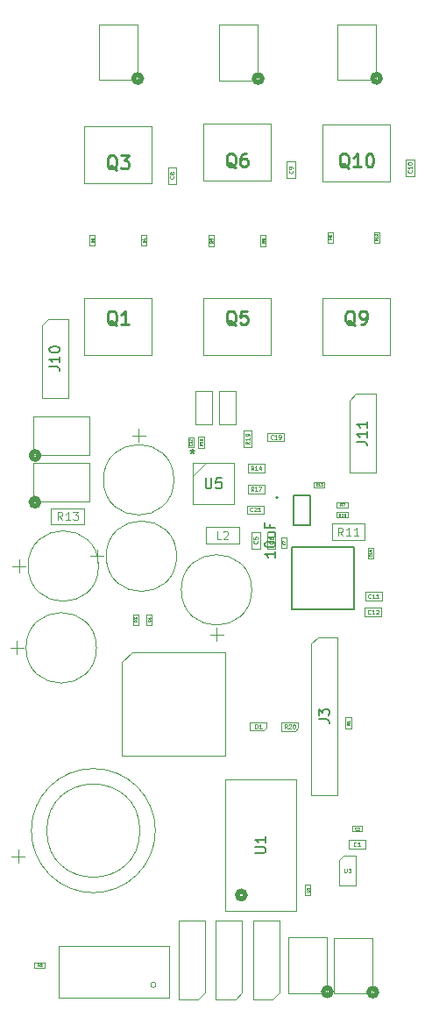
<source format=gbr>
%TF.GenerationSoftware,KiCad,Pcbnew,9.0.2*%
%TF.CreationDate,2025-08-16T18:35:03-07:00*%
%TF.ProjectId,Transmitter,5472616e-736d-4697-9474-65722e6b6963,rev?*%
%TF.SameCoordinates,Original*%
%TF.FileFunction,AssemblyDrawing,Top*%
%FSLAX46Y46*%
G04 Gerber Fmt 4.6, Leading zero omitted, Abs format (unit mm)*
G04 Created by KiCad (PCBNEW 9.0.2) date 2025-08-16 18:35:03*
%MOMM*%
%LPD*%
G01*
G04 APERTURE LIST*
%ADD10C,0.060000*%
%ADD11C,0.120000*%
%ADD12C,0.150000*%
%ADD13C,0.040000*%
%ADD14C,0.254000*%
%ADD15C,0.100000*%
%ADD16C,0.200000*%
%ADD17C,0.127000*%
%ADD18C,0.025400*%
%ADD19C,0.508000*%
G04 APERTURE END LIST*
D10*
X115842857Y-94141927D02*
X115709524Y-93951451D01*
X115614286Y-94141927D02*
X115614286Y-93741927D01*
X115614286Y-93741927D02*
X115766667Y-93741927D01*
X115766667Y-93741927D02*
X115804762Y-93760975D01*
X115804762Y-93760975D02*
X115823809Y-93780022D01*
X115823809Y-93780022D02*
X115842857Y-93818118D01*
X115842857Y-93818118D02*
X115842857Y-93875260D01*
X115842857Y-93875260D02*
X115823809Y-93913356D01*
X115823809Y-93913356D02*
X115804762Y-93932403D01*
X115804762Y-93932403D02*
X115766667Y-93951451D01*
X115766667Y-93951451D02*
X115614286Y-93951451D01*
X115995238Y-93780022D02*
X116014286Y-93760975D01*
X116014286Y-93760975D02*
X116052381Y-93741927D01*
X116052381Y-93741927D02*
X116147619Y-93741927D01*
X116147619Y-93741927D02*
X116185714Y-93760975D01*
X116185714Y-93760975D02*
X116204762Y-93780022D01*
X116204762Y-93780022D02*
X116223809Y-93818118D01*
X116223809Y-93818118D02*
X116223809Y-93856213D01*
X116223809Y-93856213D02*
X116204762Y-93913356D01*
X116204762Y-93913356D02*
X115976190Y-94141927D01*
X115976190Y-94141927D02*
X116223809Y-94141927D01*
X116471428Y-93741927D02*
X116509523Y-93741927D01*
X116509523Y-93741927D02*
X116547619Y-93760975D01*
X116547619Y-93760975D02*
X116566666Y-93780022D01*
X116566666Y-93780022D02*
X116585714Y-93818118D01*
X116585714Y-93818118D02*
X116604761Y-93894308D01*
X116604761Y-93894308D02*
X116604761Y-93989546D01*
X116604761Y-93989546D02*
X116585714Y-94065737D01*
X116585714Y-94065737D02*
X116566666Y-94103832D01*
X116566666Y-94103832D02*
X116547619Y-94122880D01*
X116547619Y-94122880D02*
X116509523Y-94141927D01*
X116509523Y-94141927D02*
X116471428Y-94141927D01*
X116471428Y-94141927D02*
X116433333Y-94122880D01*
X116433333Y-94122880D02*
X116414285Y-94103832D01*
X116414285Y-94103832D02*
X116395238Y-94065737D01*
X116395238Y-94065737D02*
X116376190Y-93989546D01*
X116376190Y-93989546D02*
X116376190Y-93894308D01*
X116376190Y-93894308D02*
X116395238Y-93818118D01*
X116395238Y-93818118D02*
X116414285Y-93780022D01*
X116414285Y-93780022D02*
X116433333Y-93760975D01*
X116433333Y-93760975D02*
X116471428Y-93741927D01*
X112751762Y-94136927D02*
X112751762Y-93736927D01*
X112751762Y-93736927D02*
X112847000Y-93736927D01*
X112847000Y-93736927D02*
X112904143Y-93755975D01*
X112904143Y-93755975D02*
X112942238Y-93794070D01*
X112942238Y-93794070D02*
X112961285Y-93832165D01*
X112961285Y-93832165D02*
X112980333Y-93908356D01*
X112980333Y-93908356D02*
X112980333Y-93965499D01*
X112980333Y-93965499D02*
X112961285Y-94041689D01*
X112961285Y-94041689D02*
X112942238Y-94079784D01*
X112942238Y-94079784D02*
X112904143Y-94117880D01*
X112904143Y-94117880D02*
X112847000Y-94136927D01*
X112847000Y-94136927D02*
X112751762Y-94136927D01*
X113361285Y-94136927D02*
X113132714Y-94136927D01*
X113247000Y-94136927D02*
X113247000Y-93736927D01*
X113247000Y-93736927D02*
X113208904Y-93794070D01*
X113208904Y-93794070D02*
X113170809Y-93832165D01*
X113170809Y-93832165D02*
X113132714Y-93851213D01*
D11*
X94110714Y-74013855D02*
X93844047Y-73632902D01*
X93653571Y-74013855D02*
X93653571Y-73213855D01*
X93653571Y-73213855D02*
X93958333Y-73213855D01*
X93958333Y-73213855D02*
X94034523Y-73251950D01*
X94034523Y-73251950D02*
X94072618Y-73290045D01*
X94072618Y-73290045D02*
X94110714Y-73366236D01*
X94110714Y-73366236D02*
X94110714Y-73480521D01*
X94110714Y-73480521D02*
X94072618Y-73556712D01*
X94072618Y-73556712D02*
X94034523Y-73594807D01*
X94034523Y-73594807D02*
X93958333Y-73632902D01*
X93958333Y-73632902D02*
X93653571Y-73632902D01*
X94872618Y-74013855D02*
X94415475Y-74013855D01*
X94644047Y-74013855D02*
X94644047Y-73213855D01*
X94644047Y-73213855D02*
X94567856Y-73328140D01*
X94567856Y-73328140D02*
X94491666Y-73404331D01*
X94491666Y-73404331D02*
X94415475Y-73442426D01*
X95139285Y-73213855D02*
X95634523Y-73213855D01*
X95634523Y-73213855D02*
X95367857Y-73518617D01*
X95367857Y-73518617D02*
X95482142Y-73518617D01*
X95482142Y-73518617D02*
X95558333Y-73556712D01*
X95558333Y-73556712D02*
X95596428Y-73594807D01*
X95596428Y-73594807D02*
X95634523Y-73670998D01*
X95634523Y-73670998D02*
X95634523Y-73861474D01*
X95634523Y-73861474D02*
X95596428Y-73937664D01*
X95596428Y-73937664D02*
X95558333Y-73975760D01*
X95558333Y-73975760D02*
X95482142Y-74013855D01*
X95482142Y-74013855D02*
X95253571Y-74013855D01*
X95253571Y-74013855D02*
X95177380Y-73975760D01*
X95177380Y-73975760D02*
X95139285Y-73937664D01*
X121215714Y-75523855D02*
X120949047Y-75142902D01*
X120758571Y-75523855D02*
X120758571Y-74723855D01*
X120758571Y-74723855D02*
X121063333Y-74723855D01*
X121063333Y-74723855D02*
X121139523Y-74761950D01*
X121139523Y-74761950D02*
X121177618Y-74800045D01*
X121177618Y-74800045D02*
X121215714Y-74876236D01*
X121215714Y-74876236D02*
X121215714Y-74990521D01*
X121215714Y-74990521D02*
X121177618Y-75066712D01*
X121177618Y-75066712D02*
X121139523Y-75104807D01*
X121139523Y-75104807D02*
X121063333Y-75142902D01*
X121063333Y-75142902D02*
X120758571Y-75142902D01*
X121977618Y-75523855D02*
X121520475Y-75523855D01*
X121749047Y-75523855D02*
X121749047Y-74723855D01*
X121749047Y-74723855D02*
X121672856Y-74838140D01*
X121672856Y-74838140D02*
X121596666Y-74914331D01*
X121596666Y-74914331D02*
X121520475Y-74952426D01*
X122739523Y-75523855D02*
X122282380Y-75523855D01*
X122510952Y-75523855D02*
X122510952Y-74723855D01*
X122510952Y-74723855D02*
X122434761Y-74838140D01*
X122434761Y-74838140D02*
X122358571Y-74914331D01*
X122358571Y-74914331D02*
X122282380Y-74952426D01*
D10*
X123897857Y-81513832D02*
X123878809Y-81532880D01*
X123878809Y-81532880D02*
X123821667Y-81551927D01*
X123821667Y-81551927D02*
X123783571Y-81551927D01*
X123783571Y-81551927D02*
X123726428Y-81532880D01*
X123726428Y-81532880D02*
X123688333Y-81494784D01*
X123688333Y-81494784D02*
X123669286Y-81456689D01*
X123669286Y-81456689D02*
X123650238Y-81380499D01*
X123650238Y-81380499D02*
X123650238Y-81323356D01*
X123650238Y-81323356D02*
X123669286Y-81247165D01*
X123669286Y-81247165D02*
X123688333Y-81209070D01*
X123688333Y-81209070D02*
X123726428Y-81170975D01*
X123726428Y-81170975D02*
X123783571Y-81151927D01*
X123783571Y-81151927D02*
X123821667Y-81151927D01*
X123821667Y-81151927D02*
X123878809Y-81170975D01*
X123878809Y-81170975D02*
X123897857Y-81190022D01*
X124278809Y-81551927D02*
X124050238Y-81551927D01*
X124164524Y-81551927D02*
X124164524Y-81151927D01*
X124164524Y-81151927D02*
X124126428Y-81209070D01*
X124126428Y-81209070D02*
X124088333Y-81247165D01*
X124088333Y-81247165D02*
X124050238Y-81266213D01*
X124659761Y-81551927D02*
X124431190Y-81551927D01*
X124545476Y-81551927D02*
X124545476Y-81151927D01*
X124545476Y-81151927D02*
X124507380Y-81209070D01*
X124507380Y-81209070D02*
X124469285Y-81247165D01*
X124469285Y-81247165D02*
X124431190Y-81266213D01*
X123877857Y-83043832D02*
X123858809Y-83062880D01*
X123858809Y-83062880D02*
X123801667Y-83081927D01*
X123801667Y-83081927D02*
X123763571Y-83081927D01*
X123763571Y-83081927D02*
X123706428Y-83062880D01*
X123706428Y-83062880D02*
X123668333Y-83024784D01*
X123668333Y-83024784D02*
X123649286Y-82986689D01*
X123649286Y-82986689D02*
X123630238Y-82910499D01*
X123630238Y-82910499D02*
X123630238Y-82853356D01*
X123630238Y-82853356D02*
X123649286Y-82777165D01*
X123649286Y-82777165D02*
X123668333Y-82739070D01*
X123668333Y-82739070D02*
X123706428Y-82700975D01*
X123706428Y-82700975D02*
X123763571Y-82681927D01*
X123763571Y-82681927D02*
X123801667Y-82681927D01*
X123801667Y-82681927D02*
X123858809Y-82700975D01*
X123858809Y-82700975D02*
X123877857Y-82720022D01*
X124258809Y-83081927D02*
X124030238Y-83081927D01*
X124144524Y-83081927D02*
X124144524Y-82681927D01*
X124144524Y-82681927D02*
X124106428Y-82739070D01*
X124106428Y-82739070D02*
X124068333Y-82777165D01*
X124068333Y-82777165D02*
X124030238Y-82796213D01*
X124411190Y-82720022D02*
X124430238Y-82700975D01*
X124430238Y-82700975D02*
X124468333Y-82681927D01*
X124468333Y-82681927D02*
X124563571Y-82681927D01*
X124563571Y-82681927D02*
X124601666Y-82700975D01*
X124601666Y-82700975D02*
X124620714Y-82720022D01*
X124620714Y-82720022D02*
X124639761Y-82758118D01*
X124639761Y-82758118D02*
X124639761Y-82796213D01*
X124639761Y-82796213D02*
X124620714Y-82853356D01*
X124620714Y-82853356D02*
X124392142Y-83081927D01*
X124392142Y-83081927D02*
X124639761Y-83081927D01*
X114443832Y-76021666D02*
X114462880Y-76040714D01*
X114462880Y-76040714D02*
X114481927Y-76097856D01*
X114481927Y-76097856D02*
X114481927Y-76135952D01*
X114481927Y-76135952D02*
X114462880Y-76193095D01*
X114462880Y-76193095D02*
X114424784Y-76231190D01*
X114424784Y-76231190D02*
X114386689Y-76250237D01*
X114386689Y-76250237D02*
X114310499Y-76269285D01*
X114310499Y-76269285D02*
X114253356Y-76269285D01*
X114253356Y-76269285D02*
X114177165Y-76250237D01*
X114177165Y-76250237D02*
X114139070Y-76231190D01*
X114139070Y-76231190D02*
X114100975Y-76193095D01*
X114100975Y-76193095D02*
X114081927Y-76135952D01*
X114081927Y-76135952D02*
X114081927Y-76097856D01*
X114081927Y-76097856D02*
X114100975Y-76040714D01*
X114100975Y-76040714D02*
X114120022Y-76021666D01*
X114081927Y-75678809D02*
X114081927Y-75754999D01*
X114081927Y-75754999D02*
X114100975Y-75793095D01*
X114100975Y-75793095D02*
X114120022Y-75812142D01*
X114120022Y-75812142D02*
X114177165Y-75850237D01*
X114177165Y-75850237D02*
X114253356Y-75869285D01*
X114253356Y-75869285D02*
X114405737Y-75869285D01*
X114405737Y-75869285D02*
X114443832Y-75850237D01*
X114443832Y-75850237D02*
X114462880Y-75831190D01*
X114462880Y-75831190D02*
X114481927Y-75793095D01*
X114481927Y-75793095D02*
X114481927Y-75716904D01*
X114481927Y-75716904D02*
X114462880Y-75678809D01*
X114462880Y-75678809D02*
X114443832Y-75659761D01*
X114443832Y-75659761D02*
X114405737Y-75640714D01*
X114405737Y-75640714D02*
X114310499Y-75640714D01*
X114310499Y-75640714D02*
X114272403Y-75659761D01*
X114272403Y-75659761D02*
X114253356Y-75678809D01*
X114253356Y-75678809D02*
X114234308Y-75716904D01*
X114234308Y-75716904D02*
X114234308Y-75793095D01*
X114234308Y-75793095D02*
X114253356Y-75831190D01*
X114253356Y-75831190D02*
X114272403Y-75850237D01*
X114272403Y-75850237D02*
X114310499Y-75869285D01*
D12*
X114674819Y-77026428D02*
X114674819Y-77597856D01*
X114674819Y-77312142D02*
X113674819Y-77312142D01*
X113674819Y-77312142D02*
X113817676Y-77407380D01*
X113817676Y-77407380D02*
X113912914Y-77502618D01*
X113912914Y-77502618D02*
X113960533Y-77597856D01*
X113674819Y-76407380D02*
X113674819Y-76312142D01*
X113674819Y-76312142D02*
X113722438Y-76216904D01*
X113722438Y-76216904D02*
X113770057Y-76169285D01*
X113770057Y-76169285D02*
X113865295Y-76121666D01*
X113865295Y-76121666D02*
X114055771Y-76074047D01*
X114055771Y-76074047D02*
X114293866Y-76074047D01*
X114293866Y-76074047D02*
X114484342Y-76121666D01*
X114484342Y-76121666D02*
X114579580Y-76169285D01*
X114579580Y-76169285D02*
X114627200Y-76216904D01*
X114627200Y-76216904D02*
X114674819Y-76312142D01*
X114674819Y-76312142D02*
X114674819Y-76407380D01*
X114674819Y-76407380D02*
X114627200Y-76502618D01*
X114627200Y-76502618D02*
X114579580Y-76550237D01*
X114579580Y-76550237D02*
X114484342Y-76597856D01*
X114484342Y-76597856D02*
X114293866Y-76645475D01*
X114293866Y-76645475D02*
X114055771Y-76645475D01*
X114055771Y-76645475D02*
X113865295Y-76597856D01*
X113865295Y-76597856D02*
X113770057Y-76550237D01*
X113770057Y-76550237D02*
X113722438Y-76502618D01*
X113722438Y-76502618D02*
X113674819Y-76407380D01*
X114008152Y-75216904D02*
X114674819Y-75216904D01*
X114008152Y-75645475D02*
X114531961Y-75645475D01*
X114531961Y-75645475D02*
X114627200Y-75597856D01*
X114627200Y-75597856D02*
X114674819Y-75502618D01*
X114674819Y-75502618D02*
X114674819Y-75359761D01*
X114674819Y-75359761D02*
X114627200Y-75264523D01*
X114627200Y-75264523D02*
X114579580Y-75216904D01*
X114151009Y-74407380D02*
X114151009Y-74740713D01*
X114674819Y-74740713D02*
X113674819Y-74740713D01*
X113674819Y-74740713D02*
X113674819Y-74264523D01*
D10*
X112933832Y-76021666D02*
X112952880Y-76040714D01*
X112952880Y-76040714D02*
X112971927Y-76097856D01*
X112971927Y-76097856D02*
X112971927Y-76135952D01*
X112971927Y-76135952D02*
X112952880Y-76193095D01*
X112952880Y-76193095D02*
X112914784Y-76231190D01*
X112914784Y-76231190D02*
X112876689Y-76250237D01*
X112876689Y-76250237D02*
X112800499Y-76269285D01*
X112800499Y-76269285D02*
X112743356Y-76269285D01*
X112743356Y-76269285D02*
X112667165Y-76250237D01*
X112667165Y-76250237D02*
X112629070Y-76231190D01*
X112629070Y-76231190D02*
X112590975Y-76193095D01*
X112590975Y-76193095D02*
X112571927Y-76135952D01*
X112571927Y-76135952D02*
X112571927Y-76097856D01*
X112571927Y-76097856D02*
X112590975Y-76040714D01*
X112590975Y-76040714D02*
X112610022Y-76021666D01*
X112571927Y-75659761D02*
X112571927Y-75850237D01*
X112571927Y-75850237D02*
X112762403Y-75869285D01*
X112762403Y-75869285D02*
X112743356Y-75850237D01*
X112743356Y-75850237D02*
X112724308Y-75812142D01*
X112724308Y-75812142D02*
X112724308Y-75716904D01*
X112724308Y-75716904D02*
X112743356Y-75678809D01*
X112743356Y-75678809D02*
X112762403Y-75659761D01*
X112762403Y-75659761D02*
X112800499Y-75640714D01*
X112800499Y-75640714D02*
X112895737Y-75640714D01*
X112895737Y-75640714D02*
X112933832Y-75659761D01*
X112933832Y-75659761D02*
X112952880Y-75678809D01*
X112952880Y-75678809D02*
X112971927Y-75716904D01*
X112971927Y-75716904D02*
X112971927Y-75812142D01*
X112971927Y-75812142D02*
X112952880Y-75850237D01*
X112952880Y-75850237D02*
X112933832Y-75869285D01*
X122493333Y-105469832D02*
X122474285Y-105488880D01*
X122474285Y-105488880D02*
X122417143Y-105507927D01*
X122417143Y-105507927D02*
X122379047Y-105507927D01*
X122379047Y-105507927D02*
X122321904Y-105488880D01*
X122321904Y-105488880D02*
X122283809Y-105450784D01*
X122283809Y-105450784D02*
X122264762Y-105412689D01*
X122264762Y-105412689D02*
X122245714Y-105336499D01*
X122245714Y-105336499D02*
X122245714Y-105279356D01*
X122245714Y-105279356D02*
X122264762Y-105203165D01*
X122264762Y-105203165D02*
X122283809Y-105165070D01*
X122283809Y-105165070D02*
X122321904Y-105126975D01*
X122321904Y-105126975D02*
X122379047Y-105107927D01*
X122379047Y-105107927D02*
X122417143Y-105107927D01*
X122417143Y-105107927D02*
X122474285Y-105126975D01*
X122474285Y-105126975D02*
X122493333Y-105146022D01*
X122874285Y-105507927D02*
X122645714Y-105507927D01*
X122760000Y-105507927D02*
X122760000Y-105107927D01*
X122760000Y-105107927D02*
X122721904Y-105165070D01*
X122721904Y-105165070D02*
X122683809Y-105203165D01*
X122683809Y-105203165D02*
X122645714Y-105222213D01*
D13*
X117909765Y-109781666D02*
X117921670Y-109793570D01*
X117921670Y-109793570D02*
X117933574Y-109829285D01*
X117933574Y-109829285D02*
X117933574Y-109853094D01*
X117933574Y-109853094D02*
X117921670Y-109888808D01*
X117921670Y-109888808D02*
X117897860Y-109912618D01*
X117897860Y-109912618D02*
X117874050Y-109924523D01*
X117874050Y-109924523D02*
X117826431Y-109936427D01*
X117826431Y-109936427D02*
X117790717Y-109936427D01*
X117790717Y-109936427D02*
X117743098Y-109924523D01*
X117743098Y-109924523D02*
X117719289Y-109912618D01*
X117719289Y-109912618D02*
X117695479Y-109888808D01*
X117695479Y-109888808D02*
X117683574Y-109853094D01*
X117683574Y-109853094D02*
X117683574Y-109829285D01*
X117683574Y-109829285D02*
X117695479Y-109793570D01*
X117695479Y-109793570D02*
X117707384Y-109781666D01*
X117683574Y-109698332D02*
X117683574Y-109543570D01*
X117683574Y-109543570D02*
X117778812Y-109626904D01*
X117778812Y-109626904D02*
X117778812Y-109591189D01*
X117778812Y-109591189D02*
X117790717Y-109567380D01*
X117790717Y-109567380D02*
X117802622Y-109555475D01*
X117802622Y-109555475D02*
X117826431Y-109543570D01*
X117826431Y-109543570D02*
X117885955Y-109543570D01*
X117885955Y-109543570D02*
X117909765Y-109555475D01*
X117909765Y-109555475D02*
X117921670Y-109567380D01*
X117921670Y-109567380D02*
X117933574Y-109591189D01*
X117933574Y-109591189D02*
X117933574Y-109662618D01*
X117933574Y-109662618D02*
X117921670Y-109686427D01*
X117921670Y-109686427D02*
X117909765Y-109698332D01*
X118759285Y-70689765D02*
X118747381Y-70701670D01*
X118747381Y-70701670D02*
X118711666Y-70713574D01*
X118711666Y-70713574D02*
X118687857Y-70713574D01*
X118687857Y-70713574D02*
X118652143Y-70701670D01*
X118652143Y-70701670D02*
X118628333Y-70677860D01*
X118628333Y-70677860D02*
X118616428Y-70654050D01*
X118616428Y-70654050D02*
X118604524Y-70606431D01*
X118604524Y-70606431D02*
X118604524Y-70570717D01*
X118604524Y-70570717D02*
X118616428Y-70523098D01*
X118616428Y-70523098D02*
X118628333Y-70499289D01*
X118628333Y-70499289D02*
X118652143Y-70475479D01*
X118652143Y-70475479D02*
X118687857Y-70463574D01*
X118687857Y-70463574D02*
X118711666Y-70463574D01*
X118711666Y-70463574D02*
X118747381Y-70475479D01*
X118747381Y-70475479D02*
X118759285Y-70487384D01*
X118997381Y-70713574D02*
X118854524Y-70713574D01*
X118925952Y-70713574D02*
X118925952Y-70463574D01*
X118925952Y-70463574D02*
X118902143Y-70499289D01*
X118902143Y-70499289D02*
X118878333Y-70523098D01*
X118878333Y-70523098D02*
X118854524Y-70535003D01*
X119080714Y-70463574D02*
X119235476Y-70463574D01*
X119235476Y-70463574D02*
X119152142Y-70558812D01*
X119152142Y-70558812D02*
X119187857Y-70558812D01*
X119187857Y-70558812D02*
X119211666Y-70570717D01*
X119211666Y-70570717D02*
X119223571Y-70582622D01*
X119223571Y-70582622D02*
X119235476Y-70606431D01*
X119235476Y-70606431D02*
X119235476Y-70665955D01*
X119235476Y-70665955D02*
X119223571Y-70689765D01*
X119223571Y-70689765D02*
X119211666Y-70701670D01*
X119211666Y-70701670D02*
X119187857Y-70713574D01*
X119187857Y-70713574D02*
X119116428Y-70713574D01*
X119116428Y-70713574D02*
X119092619Y-70701670D01*
X119092619Y-70701670D02*
X119080714Y-70689765D01*
D14*
X110879047Y-55195270D02*
X110758095Y-55134794D01*
X110758095Y-55134794D02*
X110637142Y-55013842D01*
X110637142Y-55013842D02*
X110455714Y-54832413D01*
X110455714Y-54832413D02*
X110334761Y-54771937D01*
X110334761Y-54771937D02*
X110213809Y-54771937D01*
X110274285Y-55074318D02*
X110153333Y-55013842D01*
X110153333Y-55013842D02*
X110032380Y-54892889D01*
X110032380Y-54892889D02*
X109971904Y-54650984D01*
X109971904Y-54650984D02*
X109971904Y-54227651D01*
X109971904Y-54227651D02*
X110032380Y-53985746D01*
X110032380Y-53985746D02*
X110153333Y-53864794D01*
X110153333Y-53864794D02*
X110274285Y-53804318D01*
X110274285Y-53804318D02*
X110516190Y-53804318D01*
X110516190Y-53804318D02*
X110637142Y-53864794D01*
X110637142Y-53864794D02*
X110758095Y-53985746D01*
X110758095Y-53985746D02*
X110818571Y-54227651D01*
X110818571Y-54227651D02*
X110818571Y-54650984D01*
X110818571Y-54650984D02*
X110758095Y-54892889D01*
X110758095Y-54892889D02*
X110637142Y-55013842D01*
X110637142Y-55013842D02*
X110516190Y-55074318D01*
X110516190Y-55074318D02*
X110274285Y-55074318D01*
X111967618Y-53804318D02*
X111362856Y-53804318D01*
X111362856Y-53804318D02*
X111302380Y-54409080D01*
X111302380Y-54409080D02*
X111362856Y-54348603D01*
X111362856Y-54348603D02*
X111483809Y-54288127D01*
X111483809Y-54288127D02*
X111786190Y-54288127D01*
X111786190Y-54288127D02*
X111907142Y-54348603D01*
X111907142Y-54348603D02*
X111967618Y-54409080D01*
X111967618Y-54409080D02*
X112028095Y-54530032D01*
X112028095Y-54530032D02*
X112028095Y-54832413D01*
X112028095Y-54832413D02*
X111967618Y-54953365D01*
X111967618Y-54953365D02*
X111907142Y-55013842D01*
X111907142Y-55013842D02*
X111786190Y-55074318D01*
X111786190Y-55074318D02*
X111483809Y-55074318D01*
X111483809Y-55074318D02*
X111362856Y-55013842D01*
X111362856Y-55013842D02*
X111302380Y-54953365D01*
D10*
X116343832Y-40266666D02*
X116362880Y-40285714D01*
X116362880Y-40285714D02*
X116381927Y-40342856D01*
X116381927Y-40342856D02*
X116381927Y-40380952D01*
X116381927Y-40380952D02*
X116362880Y-40438095D01*
X116362880Y-40438095D02*
X116324784Y-40476190D01*
X116324784Y-40476190D02*
X116286689Y-40495237D01*
X116286689Y-40495237D02*
X116210499Y-40514285D01*
X116210499Y-40514285D02*
X116153356Y-40514285D01*
X116153356Y-40514285D02*
X116077165Y-40495237D01*
X116077165Y-40495237D02*
X116039070Y-40476190D01*
X116039070Y-40476190D02*
X116000975Y-40438095D01*
X116000975Y-40438095D02*
X115981927Y-40380952D01*
X115981927Y-40380952D02*
X115981927Y-40342856D01*
X115981927Y-40342856D02*
X116000975Y-40285714D01*
X116000975Y-40285714D02*
X116020022Y-40266666D01*
X116381927Y-40076190D02*
X116381927Y-39999999D01*
X116381927Y-39999999D02*
X116362880Y-39961904D01*
X116362880Y-39961904D02*
X116343832Y-39942856D01*
X116343832Y-39942856D02*
X116286689Y-39904761D01*
X116286689Y-39904761D02*
X116210499Y-39885714D01*
X116210499Y-39885714D02*
X116058118Y-39885714D01*
X116058118Y-39885714D02*
X116020022Y-39904761D01*
X116020022Y-39904761D02*
X116000975Y-39923809D01*
X116000975Y-39923809D02*
X115981927Y-39961904D01*
X115981927Y-39961904D02*
X115981927Y-40038095D01*
X115981927Y-40038095D02*
X116000975Y-40076190D01*
X116000975Y-40076190D02*
X116020022Y-40095237D01*
X116020022Y-40095237D02*
X116058118Y-40114285D01*
X116058118Y-40114285D02*
X116153356Y-40114285D01*
X116153356Y-40114285D02*
X116191451Y-40095237D01*
X116191451Y-40095237D02*
X116210499Y-40076190D01*
X116210499Y-40076190D02*
X116229546Y-40038095D01*
X116229546Y-40038095D02*
X116229546Y-39961904D01*
X116229546Y-39961904D02*
X116210499Y-39923809D01*
X116210499Y-39923809D02*
X116191451Y-39904761D01*
X116191451Y-39904761D02*
X116153356Y-39885714D01*
X112181927Y-66432142D02*
X111991451Y-66565475D01*
X112181927Y-66660713D02*
X111781927Y-66660713D01*
X111781927Y-66660713D02*
X111781927Y-66508332D01*
X111781927Y-66508332D02*
X111800975Y-66470237D01*
X111800975Y-66470237D02*
X111820022Y-66451190D01*
X111820022Y-66451190D02*
X111858118Y-66432142D01*
X111858118Y-66432142D02*
X111915260Y-66432142D01*
X111915260Y-66432142D02*
X111953356Y-66451190D01*
X111953356Y-66451190D02*
X111972403Y-66470237D01*
X111972403Y-66470237D02*
X111991451Y-66508332D01*
X111991451Y-66508332D02*
X111991451Y-66660713D01*
X112181927Y-66051190D02*
X112181927Y-66279761D01*
X112181927Y-66165475D02*
X111781927Y-66165475D01*
X111781927Y-66165475D02*
X111839070Y-66203571D01*
X111839070Y-66203571D02*
X111877165Y-66241666D01*
X111877165Y-66241666D02*
X111896213Y-66279761D01*
X112181927Y-65860714D02*
X112181927Y-65784523D01*
X112181927Y-65784523D02*
X112162880Y-65746428D01*
X112162880Y-65746428D02*
X112143832Y-65727380D01*
X112143832Y-65727380D02*
X112086689Y-65689285D01*
X112086689Y-65689285D02*
X112010499Y-65670238D01*
X112010499Y-65670238D02*
X111858118Y-65670238D01*
X111858118Y-65670238D02*
X111820022Y-65689285D01*
X111820022Y-65689285D02*
X111800975Y-65708333D01*
X111800975Y-65708333D02*
X111781927Y-65746428D01*
X111781927Y-65746428D02*
X111781927Y-65822619D01*
X111781927Y-65822619D02*
X111800975Y-65860714D01*
X111800975Y-65860714D02*
X111820022Y-65879761D01*
X111820022Y-65879761D02*
X111858118Y-65898809D01*
X111858118Y-65898809D02*
X111953356Y-65898809D01*
X111953356Y-65898809D02*
X111991451Y-65879761D01*
X111991451Y-65879761D02*
X112010499Y-65860714D01*
X112010499Y-65860714D02*
X112029546Y-65822619D01*
X112029546Y-65822619D02*
X112029546Y-65746428D01*
X112029546Y-65746428D02*
X112010499Y-65708333D01*
X112010499Y-65708333D02*
X111991451Y-65689285D01*
X111991451Y-65689285D02*
X111953356Y-65670238D01*
X114467857Y-66143832D02*
X114448809Y-66162880D01*
X114448809Y-66162880D02*
X114391667Y-66181927D01*
X114391667Y-66181927D02*
X114353571Y-66181927D01*
X114353571Y-66181927D02*
X114296428Y-66162880D01*
X114296428Y-66162880D02*
X114258333Y-66124784D01*
X114258333Y-66124784D02*
X114239286Y-66086689D01*
X114239286Y-66086689D02*
X114220238Y-66010499D01*
X114220238Y-66010499D02*
X114220238Y-65953356D01*
X114220238Y-65953356D02*
X114239286Y-65877165D01*
X114239286Y-65877165D02*
X114258333Y-65839070D01*
X114258333Y-65839070D02*
X114296428Y-65800975D01*
X114296428Y-65800975D02*
X114353571Y-65781927D01*
X114353571Y-65781927D02*
X114391667Y-65781927D01*
X114391667Y-65781927D02*
X114448809Y-65800975D01*
X114448809Y-65800975D02*
X114467857Y-65820022D01*
X114848809Y-66181927D02*
X114620238Y-66181927D01*
X114734524Y-66181927D02*
X114734524Y-65781927D01*
X114734524Y-65781927D02*
X114696428Y-65839070D01*
X114696428Y-65839070D02*
X114658333Y-65877165D01*
X114658333Y-65877165D02*
X114620238Y-65896213D01*
X115039285Y-66181927D02*
X115115476Y-66181927D01*
X115115476Y-66181927D02*
X115153571Y-66162880D01*
X115153571Y-66162880D02*
X115172619Y-66143832D01*
X115172619Y-66143832D02*
X115210714Y-66086689D01*
X115210714Y-66086689D02*
X115229761Y-66010499D01*
X115229761Y-66010499D02*
X115229761Y-65858118D01*
X115229761Y-65858118D02*
X115210714Y-65820022D01*
X115210714Y-65820022D02*
X115191666Y-65800975D01*
X115191666Y-65800975D02*
X115153571Y-65781927D01*
X115153571Y-65781927D02*
X115077380Y-65781927D01*
X115077380Y-65781927D02*
X115039285Y-65800975D01*
X115039285Y-65800975D02*
X115020238Y-65820022D01*
X115020238Y-65820022D02*
X115001190Y-65858118D01*
X115001190Y-65858118D02*
X115001190Y-65953356D01*
X115001190Y-65953356D02*
X115020238Y-65991451D01*
X115020238Y-65991451D02*
X115039285Y-66010499D01*
X115039285Y-66010499D02*
X115077380Y-66029546D01*
X115077380Y-66029546D02*
X115153571Y-66029546D01*
X115153571Y-66029546D02*
X115191666Y-66010499D01*
X115191666Y-66010499D02*
X115210714Y-65991451D01*
X115210714Y-65991451D02*
X115229761Y-65953356D01*
D14*
X110879047Y-39995270D02*
X110758095Y-39934794D01*
X110758095Y-39934794D02*
X110637142Y-39813842D01*
X110637142Y-39813842D02*
X110455714Y-39632413D01*
X110455714Y-39632413D02*
X110334761Y-39571937D01*
X110334761Y-39571937D02*
X110213809Y-39571937D01*
X110274285Y-39874318D02*
X110153333Y-39813842D01*
X110153333Y-39813842D02*
X110032380Y-39692889D01*
X110032380Y-39692889D02*
X109971904Y-39450984D01*
X109971904Y-39450984D02*
X109971904Y-39027651D01*
X109971904Y-39027651D02*
X110032380Y-38785746D01*
X110032380Y-38785746D02*
X110153333Y-38664794D01*
X110153333Y-38664794D02*
X110274285Y-38604318D01*
X110274285Y-38604318D02*
X110516190Y-38604318D01*
X110516190Y-38604318D02*
X110637142Y-38664794D01*
X110637142Y-38664794D02*
X110758095Y-38785746D01*
X110758095Y-38785746D02*
X110818571Y-39027651D01*
X110818571Y-39027651D02*
X110818571Y-39450984D01*
X110818571Y-39450984D02*
X110758095Y-39692889D01*
X110758095Y-39692889D02*
X110637142Y-39813842D01*
X110637142Y-39813842D02*
X110516190Y-39874318D01*
X110516190Y-39874318D02*
X110274285Y-39874318D01*
X111907142Y-38604318D02*
X111665237Y-38604318D01*
X111665237Y-38604318D02*
X111544285Y-38664794D01*
X111544285Y-38664794D02*
X111483809Y-38725270D01*
X111483809Y-38725270D02*
X111362856Y-38906699D01*
X111362856Y-38906699D02*
X111302380Y-39148603D01*
X111302380Y-39148603D02*
X111302380Y-39632413D01*
X111302380Y-39632413D02*
X111362856Y-39753365D01*
X111362856Y-39753365D02*
X111423333Y-39813842D01*
X111423333Y-39813842D02*
X111544285Y-39874318D01*
X111544285Y-39874318D02*
X111786190Y-39874318D01*
X111786190Y-39874318D02*
X111907142Y-39813842D01*
X111907142Y-39813842D02*
X111967618Y-39753365D01*
X111967618Y-39753365D02*
X112028095Y-39632413D01*
X112028095Y-39632413D02*
X112028095Y-39330032D01*
X112028095Y-39330032D02*
X111967618Y-39209080D01*
X111967618Y-39209080D02*
X111907142Y-39148603D01*
X111907142Y-39148603D02*
X111786190Y-39088127D01*
X111786190Y-39088127D02*
X111544285Y-39088127D01*
X111544285Y-39088127D02*
X111423333Y-39148603D01*
X111423333Y-39148603D02*
X111362856Y-39209080D01*
X111362856Y-39209080D02*
X111302380Y-39330032D01*
D10*
X104843832Y-40791666D02*
X104862880Y-40810714D01*
X104862880Y-40810714D02*
X104881927Y-40867856D01*
X104881927Y-40867856D02*
X104881927Y-40905952D01*
X104881927Y-40905952D02*
X104862880Y-40963095D01*
X104862880Y-40963095D02*
X104824784Y-41001190D01*
X104824784Y-41001190D02*
X104786689Y-41020237D01*
X104786689Y-41020237D02*
X104710499Y-41039285D01*
X104710499Y-41039285D02*
X104653356Y-41039285D01*
X104653356Y-41039285D02*
X104577165Y-41020237D01*
X104577165Y-41020237D02*
X104539070Y-41001190D01*
X104539070Y-41001190D02*
X104500975Y-40963095D01*
X104500975Y-40963095D02*
X104481927Y-40905952D01*
X104481927Y-40905952D02*
X104481927Y-40867856D01*
X104481927Y-40867856D02*
X104500975Y-40810714D01*
X104500975Y-40810714D02*
X104520022Y-40791666D01*
X104653356Y-40563095D02*
X104634308Y-40601190D01*
X104634308Y-40601190D02*
X104615260Y-40620237D01*
X104615260Y-40620237D02*
X104577165Y-40639285D01*
X104577165Y-40639285D02*
X104558118Y-40639285D01*
X104558118Y-40639285D02*
X104520022Y-40620237D01*
X104520022Y-40620237D02*
X104500975Y-40601190D01*
X104500975Y-40601190D02*
X104481927Y-40563095D01*
X104481927Y-40563095D02*
X104481927Y-40486904D01*
X104481927Y-40486904D02*
X104500975Y-40448809D01*
X104500975Y-40448809D02*
X104520022Y-40429761D01*
X104520022Y-40429761D02*
X104558118Y-40410714D01*
X104558118Y-40410714D02*
X104577165Y-40410714D01*
X104577165Y-40410714D02*
X104615260Y-40429761D01*
X104615260Y-40429761D02*
X104634308Y-40448809D01*
X104634308Y-40448809D02*
X104653356Y-40486904D01*
X104653356Y-40486904D02*
X104653356Y-40563095D01*
X104653356Y-40563095D02*
X104672403Y-40601190D01*
X104672403Y-40601190D02*
X104691451Y-40620237D01*
X104691451Y-40620237D02*
X104729546Y-40639285D01*
X104729546Y-40639285D02*
X104805737Y-40639285D01*
X104805737Y-40639285D02*
X104843832Y-40620237D01*
X104843832Y-40620237D02*
X104862880Y-40601190D01*
X104862880Y-40601190D02*
X104881927Y-40563095D01*
X104881927Y-40563095D02*
X104881927Y-40486904D01*
X104881927Y-40486904D02*
X104862880Y-40448809D01*
X104862880Y-40448809D02*
X104843832Y-40429761D01*
X104843832Y-40429761D02*
X104805737Y-40410714D01*
X104805737Y-40410714D02*
X104729546Y-40410714D01*
X104729546Y-40410714D02*
X104691451Y-40429761D01*
X104691451Y-40429761D02*
X104672403Y-40448809D01*
X104672403Y-40448809D02*
X104653356Y-40486904D01*
D13*
X121848200Y-93633332D02*
X121724391Y-93719999D01*
X121848200Y-93781904D02*
X121588200Y-93781904D01*
X121588200Y-93781904D02*
X121588200Y-93682856D01*
X121588200Y-93682856D02*
X121600581Y-93658094D01*
X121600581Y-93658094D02*
X121612962Y-93645713D01*
X121612962Y-93645713D02*
X121637724Y-93633332D01*
X121637724Y-93633332D02*
X121674867Y-93633332D01*
X121674867Y-93633332D02*
X121699629Y-93645713D01*
X121699629Y-93645713D02*
X121712010Y-93658094D01*
X121712010Y-93658094D02*
X121724391Y-93682856D01*
X121724391Y-93682856D02*
X121724391Y-93781904D01*
X121848200Y-93385713D02*
X121848200Y-93534285D01*
X121848200Y-93459999D02*
X121588200Y-93459999D01*
X121588200Y-93459999D02*
X121625343Y-93484761D01*
X121625343Y-93484761D02*
X121650105Y-93509523D01*
X121650105Y-93509523D02*
X121662486Y-93534285D01*
D14*
X99379047Y-40195270D02*
X99258095Y-40134794D01*
X99258095Y-40134794D02*
X99137142Y-40013842D01*
X99137142Y-40013842D02*
X98955714Y-39832413D01*
X98955714Y-39832413D02*
X98834761Y-39771937D01*
X98834761Y-39771937D02*
X98713809Y-39771937D01*
X98774285Y-40074318D02*
X98653333Y-40013842D01*
X98653333Y-40013842D02*
X98532380Y-39892889D01*
X98532380Y-39892889D02*
X98471904Y-39650984D01*
X98471904Y-39650984D02*
X98471904Y-39227651D01*
X98471904Y-39227651D02*
X98532380Y-38985746D01*
X98532380Y-38985746D02*
X98653333Y-38864794D01*
X98653333Y-38864794D02*
X98774285Y-38804318D01*
X98774285Y-38804318D02*
X99016190Y-38804318D01*
X99016190Y-38804318D02*
X99137142Y-38864794D01*
X99137142Y-38864794D02*
X99258095Y-38985746D01*
X99258095Y-38985746D02*
X99318571Y-39227651D01*
X99318571Y-39227651D02*
X99318571Y-39650984D01*
X99318571Y-39650984D02*
X99258095Y-39892889D01*
X99258095Y-39892889D02*
X99137142Y-40013842D01*
X99137142Y-40013842D02*
X99016190Y-40074318D01*
X99016190Y-40074318D02*
X98774285Y-40074318D01*
X99741904Y-38804318D02*
X100528095Y-38804318D01*
X100528095Y-38804318D02*
X100104761Y-39288127D01*
X100104761Y-39288127D02*
X100286190Y-39288127D01*
X100286190Y-39288127D02*
X100407142Y-39348603D01*
X100407142Y-39348603D02*
X100467618Y-39409080D01*
X100467618Y-39409080D02*
X100528095Y-39530032D01*
X100528095Y-39530032D02*
X100528095Y-39832413D01*
X100528095Y-39832413D02*
X100467618Y-39953365D01*
X100467618Y-39953365D02*
X100407142Y-40013842D01*
X100407142Y-40013842D02*
X100286190Y-40074318D01*
X100286190Y-40074318D02*
X99923333Y-40074318D01*
X99923333Y-40074318D02*
X99802380Y-40013842D01*
X99802380Y-40013842D02*
X99741904Y-39953365D01*
D12*
X112754819Y-106157004D02*
X113564342Y-106157004D01*
X113564342Y-106157004D02*
X113659580Y-106109385D01*
X113659580Y-106109385D02*
X113707200Y-106061766D01*
X113707200Y-106061766D02*
X113754819Y-105966528D01*
X113754819Y-105966528D02*
X113754819Y-105776052D01*
X113754819Y-105776052D02*
X113707200Y-105680814D01*
X113707200Y-105680814D02*
X113659580Y-105633195D01*
X113659580Y-105633195D02*
X113564342Y-105585576D01*
X113564342Y-105585576D02*
X112754819Y-105585576D01*
X113754819Y-104585576D02*
X113754819Y-105157004D01*
X113754819Y-104871290D02*
X112754819Y-104871290D01*
X112754819Y-104871290D02*
X112897676Y-104966528D01*
X112897676Y-104966528D02*
X112992914Y-105061766D01*
X112992914Y-105061766D02*
X113040533Y-105157004D01*
D13*
X122538333Y-103915765D02*
X122526429Y-103927670D01*
X122526429Y-103927670D02*
X122490714Y-103939574D01*
X122490714Y-103939574D02*
X122466905Y-103939574D01*
X122466905Y-103939574D02*
X122431191Y-103927670D01*
X122431191Y-103927670D02*
X122407381Y-103903860D01*
X122407381Y-103903860D02*
X122395476Y-103880050D01*
X122395476Y-103880050D02*
X122383572Y-103832431D01*
X122383572Y-103832431D02*
X122383572Y-103796717D01*
X122383572Y-103796717D02*
X122395476Y-103749098D01*
X122395476Y-103749098D02*
X122407381Y-103725289D01*
X122407381Y-103725289D02*
X122431191Y-103701479D01*
X122431191Y-103701479D02*
X122466905Y-103689574D01*
X122466905Y-103689574D02*
X122490714Y-103689574D01*
X122490714Y-103689574D02*
X122526429Y-103701479D01*
X122526429Y-103701479D02*
X122538333Y-103713384D01*
X122633572Y-103713384D02*
X122645476Y-103701479D01*
X122645476Y-103701479D02*
X122669286Y-103689574D01*
X122669286Y-103689574D02*
X122728810Y-103689574D01*
X122728810Y-103689574D02*
X122752619Y-103701479D01*
X122752619Y-103701479D02*
X122764524Y-103713384D01*
X122764524Y-103713384D02*
X122776429Y-103737193D01*
X122776429Y-103737193D02*
X122776429Y-103761003D01*
X122776429Y-103761003D02*
X122764524Y-103796717D01*
X122764524Y-103796717D02*
X122621667Y-103939574D01*
X122621667Y-103939574D02*
X122776429Y-103939574D01*
X101318200Y-83673332D02*
X101194391Y-83759999D01*
X101318200Y-83821904D02*
X101058200Y-83821904D01*
X101058200Y-83821904D02*
X101058200Y-83722856D01*
X101058200Y-83722856D02*
X101070581Y-83698094D01*
X101070581Y-83698094D02*
X101082962Y-83685713D01*
X101082962Y-83685713D02*
X101107724Y-83673332D01*
X101107724Y-83673332D02*
X101144867Y-83673332D01*
X101144867Y-83673332D02*
X101169629Y-83685713D01*
X101169629Y-83685713D02*
X101182010Y-83698094D01*
X101182010Y-83698094D02*
X101194391Y-83722856D01*
X101194391Y-83722856D02*
X101194391Y-83821904D01*
X101058200Y-83586666D02*
X101058200Y-83425713D01*
X101058200Y-83425713D02*
X101157248Y-83512380D01*
X101157248Y-83512380D02*
X101157248Y-83475237D01*
X101157248Y-83475237D02*
X101169629Y-83450475D01*
X101169629Y-83450475D02*
X101182010Y-83438094D01*
X101182010Y-83438094D02*
X101206772Y-83425713D01*
X101206772Y-83425713D02*
X101268677Y-83425713D01*
X101268677Y-83425713D02*
X101293439Y-83438094D01*
X101293439Y-83438094D02*
X101305820Y-83450475D01*
X101305820Y-83450475D02*
X101318200Y-83475237D01*
X101318200Y-83475237D02*
X101318200Y-83549523D01*
X101318200Y-83549523D02*
X101305820Y-83574285D01*
X101305820Y-83574285D02*
X101293439Y-83586666D01*
X102108200Y-47043332D02*
X101984391Y-47129999D01*
X102108200Y-47191904D02*
X101848200Y-47191904D01*
X101848200Y-47191904D02*
X101848200Y-47092856D01*
X101848200Y-47092856D02*
X101860581Y-47068094D01*
X101860581Y-47068094D02*
X101872962Y-47055713D01*
X101872962Y-47055713D02*
X101897724Y-47043332D01*
X101897724Y-47043332D02*
X101934867Y-47043332D01*
X101934867Y-47043332D02*
X101959629Y-47055713D01*
X101959629Y-47055713D02*
X101972010Y-47068094D01*
X101972010Y-47068094D02*
X101984391Y-47092856D01*
X101984391Y-47092856D02*
X101984391Y-47191904D01*
X101934867Y-46820475D02*
X102108200Y-46820475D01*
X101835820Y-46882380D02*
X102021534Y-46944285D01*
X102021534Y-46944285D02*
X102021534Y-46783332D01*
D10*
X112567857Y-71181927D02*
X112434524Y-70991451D01*
X112339286Y-71181927D02*
X112339286Y-70781927D01*
X112339286Y-70781927D02*
X112491667Y-70781927D01*
X112491667Y-70781927D02*
X112529762Y-70800975D01*
X112529762Y-70800975D02*
X112548809Y-70820022D01*
X112548809Y-70820022D02*
X112567857Y-70858118D01*
X112567857Y-70858118D02*
X112567857Y-70915260D01*
X112567857Y-70915260D02*
X112548809Y-70953356D01*
X112548809Y-70953356D02*
X112529762Y-70972403D01*
X112529762Y-70972403D02*
X112491667Y-70991451D01*
X112491667Y-70991451D02*
X112339286Y-70991451D01*
X112948809Y-71181927D02*
X112720238Y-71181927D01*
X112834524Y-71181927D02*
X112834524Y-70781927D01*
X112834524Y-70781927D02*
X112796428Y-70839070D01*
X112796428Y-70839070D02*
X112758333Y-70877165D01*
X112758333Y-70877165D02*
X112720238Y-70896213D01*
X113082142Y-70781927D02*
X113348809Y-70781927D01*
X113348809Y-70781927D02*
X113177380Y-71181927D01*
D11*
X109441666Y-75863855D02*
X109060714Y-75863855D01*
X109060714Y-75863855D02*
X109060714Y-75063855D01*
X109670237Y-75140045D02*
X109708333Y-75101950D01*
X109708333Y-75101950D02*
X109784523Y-75063855D01*
X109784523Y-75063855D02*
X109974999Y-75063855D01*
X109974999Y-75063855D02*
X110051190Y-75101950D01*
X110051190Y-75101950D02*
X110089285Y-75140045D01*
X110089285Y-75140045D02*
X110127380Y-75216236D01*
X110127380Y-75216236D02*
X110127380Y-75292426D01*
X110127380Y-75292426D02*
X110089285Y-75406712D01*
X110089285Y-75406712D02*
X109632142Y-75863855D01*
X109632142Y-75863855D02*
X110127380Y-75863855D01*
D14*
X122379047Y-55195270D02*
X122258095Y-55134794D01*
X122258095Y-55134794D02*
X122137142Y-55013842D01*
X122137142Y-55013842D02*
X121955714Y-54832413D01*
X121955714Y-54832413D02*
X121834761Y-54771937D01*
X121834761Y-54771937D02*
X121713809Y-54771937D01*
X121774285Y-55074318D02*
X121653333Y-55013842D01*
X121653333Y-55013842D02*
X121532380Y-54892889D01*
X121532380Y-54892889D02*
X121471904Y-54650984D01*
X121471904Y-54650984D02*
X121471904Y-54227651D01*
X121471904Y-54227651D02*
X121532380Y-53985746D01*
X121532380Y-53985746D02*
X121653333Y-53864794D01*
X121653333Y-53864794D02*
X121774285Y-53804318D01*
X121774285Y-53804318D02*
X122016190Y-53804318D01*
X122016190Y-53804318D02*
X122137142Y-53864794D01*
X122137142Y-53864794D02*
X122258095Y-53985746D01*
X122258095Y-53985746D02*
X122318571Y-54227651D01*
X122318571Y-54227651D02*
X122318571Y-54650984D01*
X122318571Y-54650984D02*
X122258095Y-54892889D01*
X122258095Y-54892889D02*
X122137142Y-55013842D01*
X122137142Y-55013842D02*
X122016190Y-55074318D01*
X122016190Y-55074318D02*
X121774285Y-55074318D01*
X122923333Y-55074318D02*
X123165237Y-55074318D01*
X123165237Y-55074318D02*
X123286190Y-55013842D01*
X123286190Y-55013842D02*
X123346666Y-54953365D01*
X123346666Y-54953365D02*
X123467618Y-54771937D01*
X123467618Y-54771937D02*
X123528095Y-54530032D01*
X123528095Y-54530032D02*
X123528095Y-54046222D01*
X123528095Y-54046222D02*
X123467618Y-53925270D01*
X123467618Y-53925270D02*
X123407142Y-53864794D01*
X123407142Y-53864794D02*
X123286190Y-53804318D01*
X123286190Y-53804318D02*
X123044285Y-53804318D01*
X123044285Y-53804318D02*
X122923333Y-53864794D01*
X122923333Y-53864794D02*
X122862856Y-53925270D01*
X122862856Y-53925270D02*
X122802380Y-54046222D01*
X122802380Y-54046222D02*
X122802380Y-54348603D01*
X122802380Y-54348603D02*
X122862856Y-54469556D01*
X122862856Y-54469556D02*
X122923333Y-54530032D01*
X122923333Y-54530032D02*
X123044285Y-54590508D01*
X123044285Y-54590508D02*
X123286190Y-54590508D01*
X123286190Y-54590508D02*
X123407142Y-54530032D01*
X123407142Y-54530032D02*
X123467618Y-54469556D01*
X123467618Y-54469556D02*
X123528095Y-54348603D01*
D10*
X121357738Y-107661927D02*
X121357738Y-107985737D01*
X121357738Y-107985737D02*
X121376785Y-108023832D01*
X121376785Y-108023832D02*
X121395833Y-108042880D01*
X121395833Y-108042880D02*
X121433928Y-108061927D01*
X121433928Y-108061927D02*
X121510119Y-108061927D01*
X121510119Y-108061927D02*
X121548214Y-108042880D01*
X121548214Y-108042880D02*
X121567261Y-108023832D01*
X121567261Y-108023832D02*
X121586309Y-107985737D01*
X121586309Y-107985737D02*
X121586309Y-107661927D01*
X121738690Y-107661927D02*
X121986309Y-107661927D01*
X121986309Y-107661927D02*
X121852976Y-107814308D01*
X121852976Y-107814308D02*
X121910119Y-107814308D01*
X121910119Y-107814308D02*
X121948214Y-107833356D01*
X121948214Y-107833356D02*
X121967262Y-107852403D01*
X121967262Y-107852403D02*
X121986309Y-107890499D01*
X121986309Y-107890499D02*
X121986309Y-107985737D01*
X121986309Y-107985737D02*
X121967262Y-108023832D01*
X121967262Y-108023832D02*
X121948214Y-108042880D01*
X121948214Y-108042880D02*
X121910119Y-108061927D01*
X121910119Y-108061927D02*
X121795833Y-108061927D01*
X121795833Y-108061927D02*
X121757738Y-108042880D01*
X121757738Y-108042880D02*
X121738690Y-108023832D01*
D13*
X113618200Y-47053332D02*
X113494391Y-47139999D01*
X113618200Y-47201904D02*
X113358200Y-47201904D01*
X113358200Y-47201904D02*
X113358200Y-47102856D01*
X113358200Y-47102856D02*
X113370581Y-47078094D01*
X113370581Y-47078094D02*
X113382962Y-47065713D01*
X113382962Y-47065713D02*
X113407724Y-47053332D01*
X113407724Y-47053332D02*
X113444867Y-47053332D01*
X113444867Y-47053332D02*
X113469629Y-47065713D01*
X113469629Y-47065713D02*
X113482010Y-47078094D01*
X113482010Y-47078094D02*
X113494391Y-47102856D01*
X113494391Y-47102856D02*
X113494391Y-47201904D01*
X113469629Y-46904761D02*
X113457248Y-46929523D01*
X113457248Y-46929523D02*
X113444867Y-46941904D01*
X113444867Y-46941904D02*
X113420105Y-46954285D01*
X113420105Y-46954285D02*
X113407724Y-46954285D01*
X113407724Y-46954285D02*
X113382962Y-46941904D01*
X113382962Y-46941904D02*
X113370581Y-46929523D01*
X113370581Y-46929523D02*
X113358200Y-46904761D01*
X113358200Y-46904761D02*
X113358200Y-46855237D01*
X113358200Y-46855237D02*
X113370581Y-46830475D01*
X113370581Y-46830475D02*
X113382962Y-46818094D01*
X113382962Y-46818094D02*
X113407724Y-46805713D01*
X113407724Y-46805713D02*
X113420105Y-46805713D01*
X113420105Y-46805713D02*
X113444867Y-46818094D01*
X113444867Y-46818094D02*
X113457248Y-46830475D01*
X113457248Y-46830475D02*
X113469629Y-46855237D01*
X113469629Y-46855237D02*
X113469629Y-46904761D01*
X113469629Y-46904761D02*
X113482010Y-46929523D01*
X113482010Y-46929523D02*
X113494391Y-46941904D01*
X113494391Y-46941904D02*
X113519153Y-46954285D01*
X113519153Y-46954285D02*
X113568677Y-46954285D01*
X113568677Y-46954285D02*
X113593439Y-46941904D01*
X113593439Y-46941904D02*
X113605820Y-46929523D01*
X113605820Y-46929523D02*
X113618200Y-46904761D01*
X113618200Y-46904761D02*
X113618200Y-46855237D01*
X113618200Y-46855237D02*
X113605820Y-46830475D01*
X113605820Y-46830475D02*
X113593439Y-46818094D01*
X113593439Y-46818094D02*
X113568677Y-46805713D01*
X113568677Y-46805713D02*
X113519153Y-46805713D01*
X113519153Y-46805713D02*
X113494391Y-46818094D01*
X113494391Y-46818094D02*
X113482010Y-46830475D01*
X113482010Y-46830475D02*
X113469629Y-46855237D01*
D14*
X99379047Y-55195270D02*
X99258095Y-55134794D01*
X99258095Y-55134794D02*
X99137142Y-55013842D01*
X99137142Y-55013842D02*
X98955714Y-54832413D01*
X98955714Y-54832413D02*
X98834761Y-54771937D01*
X98834761Y-54771937D02*
X98713809Y-54771937D01*
X98774285Y-55074318D02*
X98653333Y-55013842D01*
X98653333Y-55013842D02*
X98532380Y-54892889D01*
X98532380Y-54892889D02*
X98471904Y-54650984D01*
X98471904Y-54650984D02*
X98471904Y-54227651D01*
X98471904Y-54227651D02*
X98532380Y-53985746D01*
X98532380Y-53985746D02*
X98653333Y-53864794D01*
X98653333Y-53864794D02*
X98774285Y-53804318D01*
X98774285Y-53804318D02*
X99016190Y-53804318D01*
X99016190Y-53804318D02*
X99137142Y-53864794D01*
X99137142Y-53864794D02*
X99258095Y-53985746D01*
X99258095Y-53985746D02*
X99318571Y-54227651D01*
X99318571Y-54227651D02*
X99318571Y-54650984D01*
X99318571Y-54650984D02*
X99258095Y-54892889D01*
X99258095Y-54892889D02*
X99137142Y-55013842D01*
X99137142Y-55013842D02*
X99016190Y-55074318D01*
X99016190Y-55074318D02*
X98774285Y-55074318D01*
X100528095Y-55074318D02*
X99802380Y-55074318D01*
X100165237Y-55074318D02*
X100165237Y-53804318D01*
X100165237Y-53804318D02*
X100044285Y-53985746D01*
X100044285Y-53985746D02*
X99923333Y-54106699D01*
X99923333Y-54106699D02*
X99802380Y-54167175D01*
D13*
X121106667Y-72648200D02*
X121020000Y-72524391D01*
X120958095Y-72648200D02*
X120958095Y-72388200D01*
X120958095Y-72388200D02*
X121057143Y-72388200D01*
X121057143Y-72388200D02*
X121081905Y-72400581D01*
X121081905Y-72400581D02*
X121094286Y-72412962D01*
X121094286Y-72412962D02*
X121106667Y-72437724D01*
X121106667Y-72437724D02*
X121106667Y-72474867D01*
X121106667Y-72474867D02*
X121094286Y-72499629D01*
X121094286Y-72499629D02*
X121081905Y-72512010D01*
X121081905Y-72512010D02*
X121057143Y-72524391D01*
X121057143Y-72524391D02*
X120958095Y-72524391D01*
X121193333Y-72388200D02*
X121366667Y-72388200D01*
X121366667Y-72388200D02*
X121255238Y-72648200D01*
D10*
X112467857Y-73143832D02*
X112448809Y-73162880D01*
X112448809Y-73162880D02*
X112391667Y-73181927D01*
X112391667Y-73181927D02*
X112353571Y-73181927D01*
X112353571Y-73181927D02*
X112296428Y-73162880D01*
X112296428Y-73162880D02*
X112258333Y-73124784D01*
X112258333Y-73124784D02*
X112239286Y-73086689D01*
X112239286Y-73086689D02*
X112220238Y-73010499D01*
X112220238Y-73010499D02*
X112220238Y-72953356D01*
X112220238Y-72953356D02*
X112239286Y-72877165D01*
X112239286Y-72877165D02*
X112258333Y-72839070D01*
X112258333Y-72839070D02*
X112296428Y-72800975D01*
X112296428Y-72800975D02*
X112353571Y-72781927D01*
X112353571Y-72781927D02*
X112391667Y-72781927D01*
X112391667Y-72781927D02*
X112448809Y-72800975D01*
X112448809Y-72800975D02*
X112467857Y-72820022D01*
X112620238Y-72820022D02*
X112639286Y-72800975D01*
X112639286Y-72800975D02*
X112677381Y-72781927D01*
X112677381Y-72781927D02*
X112772619Y-72781927D01*
X112772619Y-72781927D02*
X112810714Y-72800975D01*
X112810714Y-72800975D02*
X112829762Y-72820022D01*
X112829762Y-72820022D02*
X112848809Y-72858118D01*
X112848809Y-72858118D02*
X112848809Y-72896213D01*
X112848809Y-72896213D02*
X112829762Y-72953356D01*
X112829762Y-72953356D02*
X112601190Y-73181927D01*
X112601190Y-73181927D02*
X112848809Y-73181927D01*
X113229761Y-73181927D02*
X113001190Y-73181927D01*
X113115476Y-73181927D02*
X113115476Y-72781927D01*
X113115476Y-72781927D02*
X113077380Y-72839070D01*
X113077380Y-72839070D02*
X113039285Y-72877165D01*
X113039285Y-72877165D02*
X113001190Y-72896213D01*
D13*
X106609765Y-66660714D02*
X106621670Y-66672618D01*
X106621670Y-66672618D02*
X106633574Y-66708333D01*
X106633574Y-66708333D02*
X106633574Y-66732142D01*
X106633574Y-66732142D02*
X106621670Y-66767856D01*
X106621670Y-66767856D02*
X106597860Y-66791666D01*
X106597860Y-66791666D02*
X106574050Y-66803571D01*
X106574050Y-66803571D02*
X106526431Y-66815475D01*
X106526431Y-66815475D02*
X106490717Y-66815475D01*
X106490717Y-66815475D02*
X106443098Y-66803571D01*
X106443098Y-66803571D02*
X106419289Y-66791666D01*
X106419289Y-66791666D02*
X106395479Y-66767856D01*
X106395479Y-66767856D02*
X106383574Y-66732142D01*
X106383574Y-66732142D02*
X106383574Y-66708333D01*
X106383574Y-66708333D02*
X106395479Y-66672618D01*
X106395479Y-66672618D02*
X106407384Y-66660714D01*
X106407384Y-66565475D02*
X106395479Y-66553571D01*
X106395479Y-66553571D02*
X106383574Y-66529761D01*
X106383574Y-66529761D02*
X106383574Y-66470237D01*
X106383574Y-66470237D02*
X106395479Y-66446428D01*
X106395479Y-66446428D02*
X106407384Y-66434523D01*
X106407384Y-66434523D02*
X106431193Y-66422618D01*
X106431193Y-66422618D02*
X106455003Y-66422618D01*
X106455003Y-66422618D02*
X106490717Y-66434523D01*
X106490717Y-66434523D02*
X106633574Y-66577380D01*
X106633574Y-66577380D02*
X106633574Y-66422618D01*
X106407384Y-66327380D02*
X106395479Y-66315476D01*
X106395479Y-66315476D02*
X106383574Y-66291666D01*
X106383574Y-66291666D02*
X106383574Y-66232142D01*
X106383574Y-66232142D02*
X106395479Y-66208333D01*
X106395479Y-66208333D02*
X106407384Y-66196428D01*
X106407384Y-66196428D02*
X106431193Y-66184523D01*
X106431193Y-66184523D02*
X106455003Y-66184523D01*
X106455003Y-66184523D02*
X106490717Y-66196428D01*
X106490717Y-66196428D02*
X106633574Y-66339285D01*
X106633574Y-66339285D02*
X106633574Y-66184523D01*
X123989765Y-77360714D02*
X124001670Y-77372618D01*
X124001670Y-77372618D02*
X124013574Y-77408333D01*
X124013574Y-77408333D02*
X124013574Y-77432142D01*
X124013574Y-77432142D02*
X124001670Y-77467856D01*
X124001670Y-77467856D02*
X123977860Y-77491666D01*
X123977860Y-77491666D02*
X123954050Y-77503571D01*
X123954050Y-77503571D02*
X123906431Y-77515475D01*
X123906431Y-77515475D02*
X123870717Y-77515475D01*
X123870717Y-77515475D02*
X123823098Y-77503571D01*
X123823098Y-77503571D02*
X123799289Y-77491666D01*
X123799289Y-77491666D02*
X123775479Y-77467856D01*
X123775479Y-77467856D02*
X123763574Y-77432142D01*
X123763574Y-77432142D02*
X123763574Y-77408333D01*
X123763574Y-77408333D02*
X123775479Y-77372618D01*
X123775479Y-77372618D02*
X123787384Y-77360714D01*
X124013574Y-77122618D02*
X124013574Y-77265475D01*
X124013574Y-77194047D02*
X123763574Y-77194047D01*
X123763574Y-77194047D02*
X123799289Y-77217856D01*
X123799289Y-77217856D02*
X123823098Y-77241666D01*
X123823098Y-77241666D02*
X123835003Y-77265475D01*
X123846908Y-76908333D02*
X124013574Y-76908333D01*
X123751670Y-76967857D02*
X123930241Y-77027380D01*
X123930241Y-77027380D02*
X123930241Y-76872619D01*
X108618200Y-47053332D02*
X108494391Y-47139999D01*
X108618200Y-47201904D02*
X108358200Y-47201904D01*
X108358200Y-47201904D02*
X108358200Y-47102856D01*
X108358200Y-47102856D02*
X108370581Y-47078094D01*
X108370581Y-47078094D02*
X108382962Y-47065713D01*
X108382962Y-47065713D02*
X108407724Y-47053332D01*
X108407724Y-47053332D02*
X108444867Y-47053332D01*
X108444867Y-47053332D02*
X108469629Y-47065713D01*
X108469629Y-47065713D02*
X108482010Y-47078094D01*
X108482010Y-47078094D02*
X108494391Y-47102856D01*
X108494391Y-47102856D02*
X108494391Y-47201904D01*
X108618200Y-46929523D02*
X108618200Y-46879999D01*
X108618200Y-46879999D02*
X108605820Y-46855237D01*
X108605820Y-46855237D02*
X108593439Y-46842856D01*
X108593439Y-46842856D02*
X108556296Y-46818094D01*
X108556296Y-46818094D02*
X108506772Y-46805713D01*
X108506772Y-46805713D02*
X108407724Y-46805713D01*
X108407724Y-46805713D02*
X108382962Y-46818094D01*
X108382962Y-46818094D02*
X108370581Y-46830475D01*
X108370581Y-46830475D02*
X108358200Y-46855237D01*
X108358200Y-46855237D02*
X108358200Y-46904761D01*
X108358200Y-46904761D02*
X108370581Y-46929523D01*
X108370581Y-46929523D02*
X108382962Y-46941904D01*
X108382962Y-46941904D02*
X108407724Y-46954285D01*
X108407724Y-46954285D02*
X108469629Y-46954285D01*
X108469629Y-46954285D02*
X108494391Y-46941904D01*
X108494391Y-46941904D02*
X108506772Y-46929523D01*
X108506772Y-46929523D02*
X108519153Y-46904761D01*
X108519153Y-46904761D02*
X108519153Y-46855237D01*
X108519153Y-46855237D02*
X108506772Y-46830475D01*
X108506772Y-46830475D02*
X108494391Y-46818094D01*
X108494391Y-46818094D02*
X108469629Y-46805713D01*
X120972857Y-73618200D02*
X120886190Y-73494391D01*
X120824285Y-73618200D02*
X120824285Y-73358200D01*
X120824285Y-73358200D02*
X120923333Y-73358200D01*
X120923333Y-73358200D02*
X120948095Y-73370581D01*
X120948095Y-73370581D02*
X120960476Y-73382962D01*
X120960476Y-73382962D02*
X120972857Y-73407724D01*
X120972857Y-73407724D02*
X120972857Y-73444867D01*
X120972857Y-73444867D02*
X120960476Y-73469629D01*
X120960476Y-73469629D02*
X120948095Y-73482010D01*
X120948095Y-73482010D02*
X120923333Y-73494391D01*
X120923333Y-73494391D02*
X120824285Y-73494391D01*
X121220476Y-73618200D02*
X121071904Y-73618200D01*
X121146190Y-73618200D02*
X121146190Y-73358200D01*
X121146190Y-73358200D02*
X121121428Y-73395343D01*
X121121428Y-73395343D02*
X121096666Y-73420105D01*
X121096666Y-73420105D02*
X121071904Y-73432486D01*
X121381428Y-73358200D02*
X121406190Y-73358200D01*
X121406190Y-73358200D02*
X121430952Y-73370581D01*
X121430952Y-73370581D02*
X121443333Y-73382962D01*
X121443333Y-73382962D02*
X121455714Y-73407724D01*
X121455714Y-73407724D02*
X121468095Y-73457248D01*
X121468095Y-73457248D02*
X121468095Y-73519153D01*
X121468095Y-73519153D02*
X121455714Y-73568677D01*
X121455714Y-73568677D02*
X121443333Y-73593439D01*
X121443333Y-73593439D02*
X121430952Y-73605820D01*
X121430952Y-73605820D02*
X121406190Y-73618200D01*
X121406190Y-73618200D02*
X121381428Y-73618200D01*
X121381428Y-73618200D02*
X121356666Y-73605820D01*
X121356666Y-73605820D02*
X121344285Y-73593439D01*
X121344285Y-73593439D02*
X121331904Y-73568677D01*
X121331904Y-73568677D02*
X121319523Y-73519153D01*
X121319523Y-73519153D02*
X121319523Y-73457248D01*
X121319523Y-73457248D02*
X121331904Y-73407724D01*
X121331904Y-73407724D02*
X121344285Y-73382962D01*
X121344285Y-73382962D02*
X121356666Y-73370581D01*
X121356666Y-73370581D02*
X121381428Y-73358200D01*
D12*
X106676400Y-67160819D02*
X106676400Y-67398914D01*
X106438305Y-67303676D02*
X106676400Y-67398914D01*
X106676400Y-67398914D02*
X106914495Y-67303676D01*
X106533543Y-67589390D02*
X106676400Y-67398914D01*
X106676400Y-67398914D02*
X106819257Y-67589390D01*
X107946495Y-69954819D02*
X107946495Y-70764342D01*
X107946495Y-70764342D02*
X107994114Y-70859580D01*
X107994114Y-70859580D02*
X108041733Y-70907200D01*
X108041733Y-70907200D02*
X108136971Y-70954819D01*
X108136971Y-70954819D02*
X108327447Y-70954819D01*
X108327447Y-70954819D02*
X108422685Y-70907200D01*
X108422685Y-70907200D02*
X108470304Y-70859580D01*
X108470304Y-70859580D02*
X108517923Y-70764342D01*
X108517923Y-70764342D02*
X108517923Y-69954819D01*
X109470304Y-69954819D02*
X108994114Y-69954819D01*
X108994114Y-69954819D02*
X108946495Y-70431009D01*
X108946495Y-70431009D02*
X108994114Y-70383390D01*
X108994114Y-70383390D02*
X109089352Y-70335771D01*
X109089352Y-70335771D02*
X109327447Y-70335771D01*
X109327447Y-70335771D02*
X109422685Y-70383390D01*
X109422685Y-70383390D02*
X109470304Y-70431009D01*
X109470304Y-70431009D02*
X109517923Y-70526247D01*
X109517923Y-70526247D02*
X109517923Y-70764342D01*
X109517923Y-70764342D02*
X109470304Y-70859580D01*
X109470304Y-70859580D02*
X109422685Y-70907200D01*
X109422685Y-70907200D02*
X109327447Y-70954819D01*
X109327447Y-70954819D02*
X109089352Y-70954819D01*
X109089352Y-70954819D02*
X108994114Y-70907200D01*
X108994114Y-70907200D02*
X108946495Y-70859580D01*
X106676400Y-67160819D02*
X106676400Y-67398914D01*
X106438305Y-67303676D02*
X106676400Y-67398914D01*
X106676400Y-67398914D02*
X106914495Y-67303676D01*
X106533543Y-67589390D02*
X106676400Y-67398914D01*
X106676400Y-67398914D02*
X106819257Y-67589390D01*
D13*
X120118200Y-46753332D02*
X119994391Y-46839999D01*
X120118200Y-46901904D02*
X119858200Y-46901904D01*
X119858200Y-46901904D02*
X119858200Y-46802856D01*
X119858200Y-46802856D02*
X119870581Y-46778094D01*
X119870581Y-46778094D02*
X119882962Y-46765713D01*
X119882962Y-46765713D02*
X119907724Y-46753332D01*
X119907724Y-46753332D02*
X119944867Y-46753332D01*
X119944867Y-46753332D02*
X119969629Y-46765713D01*
X119969629Y-46765713D02*
X119982010Y-46778094D01*
X119982010Y-46778094D02*
X119994391Y-46802856D01*
X119994391Y-46802856D02*
X119994391Y-46901904D01*
X119858200Y-46518094D02*
X119858200Y-46641904D01*
X119858200Y-46641904D02*
X119982010Y-46654285D01*
X119982010Y-46654285D02*
X119969629Y-46641904D01*
X119969629Y-46641904D02*
X119957248Y-46617142D01*
X119957248Y-46617142D02*
X119957248Y-46555237D01*
X119957248Y-46555237D02*
X119969629Y-46530475D01*
X119969629Y-46530475D02*
X119982010Y-46518094D01*
X119982010Y-46518094D02*
X120006772Y-46505713D01*
X120006772Y-46505713D02*
X120068677Y-46505713D01*
X120068677Y-46505713D02*
X120093439Y-46518094D01*
X120093439Y-46518094D02*
X120105820Y-46530475D01*
X120105820Y-46530475D02*
X120118200Y-46555237D01*
X120118200Y-46555237D02*
X120118200Y-46617142D01*
X120118200Y-46617142D02*
X120105820Y-46641904D01*
X120105820Y-46641904D02*
X120093439Y-46654285D01*
D10*
X127843832Y-40227142D02*
X127862880Y-40246190D01*
X127862880Y-40246190D02*
X127881927Y-40303332D01*
X127881927Y-40303332D02*
X127881927Y-40341428D01*
X127881927Y-40341428D02*
X127862880Y-40398571D01*
X127862880Y-40398571D02*
X127824784Y-40436666D01*
X127824784Y-40436666D02*
X127786689Y-40455713D01*
X127786689Y-40455713D02*
X127710499Y-40474761D01*
X127710499Y-40474761D02*
X127653356Y-40474761D01*
X127653356Y-40474761D02*
X127577165Y-40455713D01*
X127577165Y-40455713D02*
X127539070Y-40436666D01*
X127539070Y-40436666D02*
X127500975Y-40398571D01*
X127500975Y-40398571D02*
X127481927Y-40341428D01*
X127481927Y-40341428D02*
X127481927Y-40303332D01*
X127481927Y-40303332D02*
X127500975Y-40246190D01*
X127500975Y-40246190D02*
X127520022Y-40227142D01*
X127881927Y-39846190D02*
X127881927Y-40074761D01*
X127881927Y-39960475D02*
X127481927Y-39960475D01*
X127481927Y-39960475D02*
X127539070Y-39998571D01*
X127539070Y-39998571D02*
X127577165Y-40036666D01*
X127577165Y-40036666D02*
X127596213Y-40074761D01*
X127481927Y-39598571D02*
X127481927Y-39560476D01*
X127481927Y-39560476D02*
X127500975Y-39522380D01*
X127500975Y-39522380D02*
X127520022Y-39503333D01*
X127520022Y-39503333D02*
X127558118Y-39484285D01*
X127558118Y-39484285D02*
X127634308Y-39465238D01*
X127634308Y-39465238D02*
X127729546Y-39465238D01*
X127729546Y-39465238D02*
X127805737Y-39484285D01*
X127805737Y-39484285D02*
X127843832Y-39503333D01*
X127843832Y-39503333D02*
X127862880Y-39522380D01*
X127862880Y-39522380D02*
X127881927Y-39560476D01*
X127881927Y-39560476D02*
X127881927Y-39598571D01*
X127881927Y-39598571D02*
X127862880Y-39636666D01*
X127862880Y-39636666D02*
X127843832Y-39655714D01*
X127843832Y-39655714D02*
X127805737Y-39674761D01*
X127805737Y-39674761D02*
X127729546Y-39693809D01*
X127729546Y-39693809D02*
X127634308Y-39693809D01*
X127634308Y-39693809D02*
X127558118Y-39674761D01*
X127558118Y-39674761D02*
X127520022Y-39655714D01*
X127520022Y-39655714D02*
X127500975Y-39636666D01*
X127500975Y-39636666D02*
X127481927Y-39598571D01*
D13*
X91866667Y-117118200D02*
X91780000Y-116994391D01*
X91718095Y-117118200D02*
X91718095Y-116858200D01*
X91718095Y-116858200D02*
X91817143Y-116858200D01*
X91817143Y-116858200D02*
X91841905Y-116870581D01*
X91841905Y-116870581D02*
X91854286Y-116882962D01*
X91854286Y-116882962D02*
X91866667Y-116907724D01*
X91866667Y-116907724D02*
X91866667Y-116944867D01*
X91866667Y-116944867D02*
X91854286Y-116969629D01*
X91854286Y-116969629D02*
X91841905Y-116982010D01*
X91841905Y-116982010D02*
X91817143Y-116994391D01*
X91817143Y-116994391D02*
X91718095Y-116994391D01*
X91965714Y-116882962D02*
X91978095Y-116870581D01*
X91978095Y-116870581D02*
X92002857Y-116858200D01*
X92002857Y-116858200D02*
X92064762Y-116858200D01*
X92064762Y-116858200D02*
X92089524Y-116870581D01*
X92089524Y-116870581D02*
X92101905Y-116882962D01*
X92101905Y-116882962D02*
X92114286Y-116907724D01*
X92114286Y-116907724D02*
X92114286Y-116932486D01*
X92114286Y-116932486D02*
X92101905Y-116969629D01*
X92101905Y-116969629D02*
X91953333Y-117118200D01*
X91953333Y-117118200D02*
X92114286Y-117118200D01*
D12*
X122554819Y-66449523D02*
X123269104Y-66449523D01*
X123269104Y-66449523D02*
X123411961Y-66497142D01*
X123411961Y-66497142D02*
X123507200Y-66592380D01*
X123507200Y-66592380D02*
X123554819Y-66735237D01*
X123554819Y-66735237D02*
X123554819Y-66830475D01*
X123554819Y-65449523D02*
X123554819Y-66020951D01*
X123554819Y-65735237D02*
X122554819Y-65735237D01*
X122554819Y-65735237D02*
X122697676Y-65830475D01*
X122697676Y-65830475D02*
X122792914Y-65925713D01*
X122792914Y-65925713D02*
X122840533Y-66020951D01*
X123554819Y-64497142D02*
X123554819Y-65068570D01*
X123554819Y-64782856D02*
X122554819Y-64782856D01*
X122554819Y-64782856D02*
X122697676Y-64878094D01*
X122697676Y-64878094D02*
X122792914Y-64973332D01*
X122792914Y-64973332D02*
X122840533Y-65068570D01*
D13*
X97108200Y-47043332D02*
X96984391Y-47129999D01*
X97108200Y-47191904D02*
X96848200Y-47191904D01*
X96848200Y-47191904D02*
X96848200Y-47092856D01*
X96848200Y-47092856D02*
X96860581Y-47068094D01*
X96860581Y-47068094D02*
X96872962Y-47055713D01*
X96872962Y-47055713D02*
X96897724Y-47043332D01*
X96897724Y-47043332D02*
X96934867Y-47043332D01*
X96934867Y-47043332D02*
X96959629Y-47055713D01*
X96959629Y-47055713D02*
X96972010Y-47068094D01*
X96972010Y-47068094D02*
X96984391Y-47092856D01*
X96984391Y-47092856D02*
X96984391Y-47191904D01*
X96848200Y-46820475D02*
X96848200Y-46869999D01*
X96848200Y-46869999D02*
X96860581Y-46894761D01*
X96860581Y-46894761D02*
X96872962Y-46907142D01*
X96872962Y-46907142D02*
X96910105Y-46931904D01*
X96910105Y-46931904D02*
X96959629Y-46944285D01*
X96959629Y-46944285D02*
X97058677Y-46944285D01*
X97058677Y-46944285D02*
X97083439Y-46931904D01*
X97083439Y-46931904D02*
X97095820Y-46919523D01*
X97095820Y-46919523D02*
X97108200Y-46894761D01*
X97108200Y-46894761D02*
X97108200Y-46845237D01*
X97108200Y-46845237D02*
X97095820Y-46820475D01*
X97095820Y-46820475D02*
X97083439Y-46808094D01*
X97083439Y-46808094D02*
X97058677Y-46795713D01*
X97058677Y-46795713D02*
X96996772Y-46795713D01*
X96996772Y-46795713D02*
X96972010Y-46808094D01*
X96972010Y-46808094D02*
X96959629Y-46820475D01*
X96959629Y-46820475D02*
X96947248Y-46845237D01*
X96947248Y-46845237D02*
X96947248Y-46894761D01*
X96947248Y-46894761D02*
X96959629Y-46919523D01*
X96959629Y-46919523D02*
X96972010Y-46931904D01*
X96972010Y-46931904D02*
X96996772Y-46944285D01*
X102589765Y-83661666D02*
X102601670Y-83673570D01*
X102601670Y-83673570D02*
X102613574Y-83709285D01*
X102613574Y-83709285D02*
X102613574Y-83733094D01*
X102613574Y-83733094D02*
X102601670Y-83768808D01*
X102601670Y-83768808D02*
X102577860Y-83792618D01*
X102577860Y-83792618D02*
X102554050Y-83804523D01*
X102554050Y-83804523D02*
X102506431Y-83816427D01*
X102506431Y-83816427D02*
X102470717Y-83816427D01*
X102470717Y-83816427D02*
X102423098Y-83804523D01*
X102423098Y-83804523D02*
X102399289Y-83792618D01*
X102399289Y-83792618D02*
X102375479Y-83768808D01*
X102375479Y-83768808D02*
X102363574Y-83733094D01*
X102363574Y-83733094D02*
X102363574Y-83709285D01*
X102363574Y-83709285D02*
X102375479Y-83673570D01*
X102375479Y-83673570D02*
X102387384Y-83661666D01*
X102446908Y-83447380D02*
X102613574Y-83447380D01*
X102351670Y-83506904D02*
X102530241Y-83566427D01*
X102530241Y-83566427D02*
X102530241Y-83411666D01*
D12*
X118894819Y-93253333D02*
X119609104Y-93253333D01*
X119609104Y-93253333D02*
X119751961Y-93300952D01*
X119751961Y-93300952D02*
X119847200Y-93396190D01*
X119847200Y-93396190D02*
X119894819Y-93539047D01*
X119894819Y-93539047D02*
X119894819Y-93634285D01*
X118894819Y-92872380D02*
X118894819Y-92253333D01*
X118894819Y-92253333D02*
X119275771Y-92586666D01*
X119275771Y-92586666D02*
X119275771Y-92443809D01*
X119275771Y-92443809D02*
X119323390Y-92348571D01*
X119323390Y-92348571D02*
X119371009Y-92300952D01*
X119371009Y-92300952D02*
X119466247Y-92253333D01*
X119466247Y-92253333D02*
X119704342Y-92253333D01*
X119704342Y-92253333D02*
X119799580Y-92300952D01*
X119799580Y-92300952D02*
X119847200Y-92348571D01*
X119847200Y-92348571D02*
X119894819Y-92443809D01*
X119894819Y-92443809D02*
X119894819Y-92729523D01*
X119894819Y-92729523D02*
X119847200Y-92824761D01*
X119847200Y-92824761D02*
X119799580Y-92872380D01*
D13*
X124608200Y-46877142D02*
X124484391Y-46963809D01*
X124608200Y-47025714D02*
X124348200Y-47025714D01*
X124348200Y-47025714D02*
X124348200Y-46926666D01*
X124348200Y-46926666D02*
X124360581Y-46901904D01*
X124360581Y-46901904D02*
X124372962Y-46889523D01*
X124372962Y-46889523D02*
X124397724Y-46877142D01*
X124397724Y-46877142D02*
X124434867Y-46877142D01*
X124434867Y-46877142D02*
X124459629Y-46889523D01*
X124459629Y-46889523D02*
X124472010Y-46901904D01*
X124472010Y-46901904D02*
X124484391Y-46926666D01*
X124484391Y-46926666D02*
X124484391Y-47025714D01*
X124608200Y-46629523D02*
X124608200Y-46778095D01*
X124608200Y-46703809D02*
X124348200Y-46703809D01*
X124348200Y-46703809D02*
X124385343Y-46728571D01*
X124385343Y-46728571D02*
X124410105Y-46753333D01*
X124410105Y-46753333D02*
X124422486Y-46778095D01*
X124372962Y-46530476D02*
X124360581Y-46518095D01*
X124360581Y-46518095D02*
X124348200Y-46493333D01*
X124348200Y-46493333D02*
X124348200Y-46431428D01*
X124348200Y-46431428D02*
X124360581Y-46406666D01*
X124360581Y-46406666D02*
X124372962Y-46394285D01*
X124372962Y-46394285D02*
X124397724Y-46381904D01*
X124397724Y-46381904D02*
X124422486Y-46381904D01*
X124422486Y-46381904D02*
X124459629Y-46394285D01*
X124459629Y-46394285D02*
X124608200Y-46542857D01*
X124608200Y-46542857D02*
X124608200Y-46381904D01*
X107618200Y-66667142D02*
X107494391Y-66753809D01*
X107618200Y-66815714D02*
X107358200Y-66815714D01*
X107358200Y-66815714D02*
X107358200Y-66716666D01*
X107358200Y-66716666D02*
X107370581Y-66691904D01*
X107370581Y-66691904D02*
X107382962Y-66679523D01*
X107382962Y-66679523D02*
X107407724Y-66667142D01*
X107407724Y-66667142D02*
X107444867Y-66667142D01*
X107444867Y-66667142D02*
X107469629Y-66679523D01*
X107469629Y-66679523D02*
X107482010Y-66691904D01*
X107482010Y-66691904D02*
X107494391Y-66716666D01*
X107494391Y-66716666D02*
X107494391Y-66815714D01*
X107618200Y-66419523D02*
X107618200Y-66568095D01*
X107618200Y-66493809D02*
X107358200Y-66493809D01*
X107358200Y-66493809D02*
X107395343Y-66518571D01*
X107395343Y-66518571D02*
X107420105Y-66543333D01*
X107420105Y-66543333D02*
X107432486Y-66568095D01*
X107469629Y-66270952D02*
X107457248Y-66295714D01*
X107457248Y-66295714D02*
X107444867Y-66308095D01*
X107444867Y-66308095D02*
X107420105Y-66320476D01*
X107420105Y-66320476D02*
X107407724Y-66320476D01*
X107407724Y-66320476D02*
X107382962Y-66308095D01*
X107382962Y-66308095D02*
X107370581Y-66295714D01*
X107370581Y-66295714D02*
X107358200Y-66270952D01*
X107358200Y-66270952D02*
X107358200Y-66221428D01*
X107358200Y-66221428D02*
X107370581Y-66196666D01*
X107370581Y-66196666D02*
X107382962Y-66184285D01*
X107382962Y-66184285D02*
X107407724Y-66171904D01*
X107407724Y-66171904D02*
X107420105Y-66171904D01*
X107420105Y-66171904D02*
X107444867Y-66184285D01*
X107444867Y-66184285D02*
X107457248Y-66196666D01*
X107457248Y-66196666D02*
X107469629Y-66221428D01*
X107469629Y-66221428D02*
X107469629Y-66270952D01*
X107469629Y-66270952D02*
X107482010Y-66295714D01*
X107482010Y-66295714D02*
X107494391Y-66308095D01*
X107494391Y-66308095D02*
X107519153Y-66320476D01*
X107519153Y-66320476D02*
X107568677Y-66320476D01*
X107568677Y-66320476D02*
X107593439Y-66308095D01*
X107593439Y-66308095D02*
X107605820Y-66295714D01*
X107605820Y-66295714D02*
X107618200Y-66270952D01*
X107618200Y-66270952D02*
X107618200Y-66221428D01*
X107618200Y-66221428D02*
X107605820Y-66196666D01*
X107605820Y-66196666D02*
X107593439Y-66184285D01*
X107593439Y-66184285D02*
X107568677Y-66171904D01*
X107568677Y-66171904D02*
X107519153Y-66171904D01*
X107519153Y-66171904D02*
X107494391Y-66184285D01*
X107494391Y-66184285D02*
X107482010Y-66196666D01*
X107482010Y-66196666D02*
X107469629Y-66221428D01*
D12*
X92854819Y-59209523D02*
X93569104Y-59209523D01*
X93569104Y-59209523D02*
X93711961Y-59257142D01*
X93711961Y-59257142D02*
X93807200Y-59352380D01*
X93807200Y-59352380D02*
X93854819Y-59495237D01*
X93854819Y-59495237D02*
X93854819Y-59590475D01*
X93854819Y-58209523D02*
X93854819Y-58780951D01*
X93854819Y-58495237D02*
X92854819Y-58495237D01*
X92854819Y-58495237D02*
X92997676Y-58590475D01*
X92997676Y-58590475D02*
X93092914Y-58685713D01*
X93092914Y-58685713D02*
X93140533Y-58780951D01*
X92854819Y-57590475D02*
X92854819Y-57495237D01*
X92854819Y-57495237D02*
X92902438Y-57399999D01*
X92902438Y-57399999D02*
X92950057Y-57352380D01*
X92950057Y-57352380D02*
X93045295Y-57304761D01*
X93045295Y-57304761D02*
X93235771Y-57257142D01*
X93235771Y-57257142D02*
X93473866Y-57257142D01*
X93473866Y-57257142D02*
X93664342Y-57304761D01*
X93664342Y-57304761D02*
X93759580Y-57352380D01*
X93759580Y-57352380D02*
X93807200Y-57399999D01*
X93807200Y-57399999D02*
X93854819Y-57495237D01*
X93854819Y-57495237D02*
X93854819Y-57590475D01*
X93854819Y-57590475D02*
X93807200Y-57685713D01*
X93807200Y-57685713D02*
X93759580Y-57733332D01*
X93759580Y-57733332D02*
X93664342Y-57780951D01*
X93664342Y-57780951D02*
X93473866Y-57828570D01*
X93473866Y-57828570D02*
X93235771Y-57828570D01*
X93235771Y-57828570D02*
X93045295Y-57780951D01*
X93045295Y-57780951D02*
X92950057Y-57733332D01*
X92950057Y-57733332D02*
X92902438Y-57685713D01*
X92902438Y-57685713D02*
X92854819Y-57590475D01*
D10*
X112567857Y-69181927D02*
X112434524Y-68991451D01*
X112339286Y-69181927D02*
X112339286Y-68781927D01*
X112339286Y-68781927D02*
X112491667Y-68781927D01*
X112491667Y-68781927D02*
X112529762Y-68800975D01*
X112529762Y-68800975D02*
X112548809Y-68820022D01*
X112548809Y-68820022D02*
X112567857Y-68858118D01*
X112567857Y-68858118D02*
X112567857Y-68915260D01*
X112567857Y-68915260D02*
X112548809Y-68953356D01*
X112548809Y-68953356D02*
X112529762Y-68972403D01*
X112529762Y-68972403D02*
X112491667Y-68991451D01*
X112491667Y-68991451D02*
X112339286Y-68991451D01*
X112948809Y-69181927D02*
X112720238Y-69181927D01*
X112834524Y-69181927D02*
X112834524Y-68781927D01*
X112834524Y-68781927D02*
X112796428Y-68839070D01*
X112796428Y-68839070D02*
X112758333Y-68877165D01*
X112758333Y-68877165D02*
X112720238Y-68896213D01*
X113291666Y-68915260D02*
X113291666Y-69181927D01*
X113196428Y-68762880D02*
X113101190Y-69048594D01*
X113101190Y-69048594D02*
X113348809Y-69048594D01*
D13*
X115609765Y-76241666D02*
X115621670Y-76253570D01*
X115621670Y-76253570D02*
X115633574Y-76289285D01*
X115633574Y-76289285D02*
X115633574Y-76313094D01*
X115633574Y-76313094D02*
X115621670Y-76348808D01*
X115621670Y-76348808D02*
X115597860Y-76372618D01*
X115597860Y-76372618D02*
X115574050Y-76384523D01*
X115574050Y-76384523D02*
X115526431Y-76396427D01*
X115526431Y-76396427D02*
X115490717Y-76396427D01*
X115490717Y-76396427D02*
X115443098Y-76384523D01*
X115443098Y-76384523D02*
X115419289Y-76372618D01*
X115419289Y-76372618D02*
X115395479Y-76348808D01*
X115395479Y-76348808D02*
X115383574Y-76313094D01*
X115383574Y-76313094D02*
X115383574Y-76289285D01*
X115383574Y-76289285D02*
X115395479Y-76253570D01*
X115395479Y-76253570D02*
X115407384Y-76241666D01*
X115383574Y-76158332D02*
X115383574Y-75991666D01*
X115383574Y-75991666D02*
X115633574Y-76098808D01*
D14*
X121804285Y-40015270D02*
X121683333Y-39954794D01*
X121683333Y-39954794D02*
X121562380Y-39833842D01*
X121562380Y-39833842D02*
X121380952Y-39652413D01*
X121380952Y-39652413D02*
X121259999Y-39591937D01*
X121259999Y-39591937D02*
X121139047Y-39591937D01*
X121199523Y-39894318D02*
X121078571Y-39833842D01*
X121078571Y-39833842D02*
X120957618Y-39712889D01*
X120957618Y-39712889D02*
X120897142Y-39470984D01*
X120897142Y-39470984D02*
X120897142Y-39047651D01*
X120897142Y-39047651D02*
X120957618Y-38805746D01*
X120957618Y-38805746D02*
X121078571Y-38684794D01*
X121078571Y-38684794D02*
X121199523Y-38624318D01*
X121199523Y-38624318D02*
X121441428Y-38624318D01*
X121441428Y-38624318D02*
X121562380Y-38684794D01*
X121562380Y-38684794D02*
X121683333Y-38805746D01*
X121683333Y-38805746D02*
X121743809Y-39047651D01*
X121743809Y-39047651D02*
X121743809Y-39470984D01*
X121743809Y-39470984D02*
X121683333Y-39712889D01*
X121683333Y-39712889D02*
X121562380Y-39833842D01*
X121562380Y-39833842D02*
X121441428Y-39894318D01*
X121441428Y-39894318D02*
X121199523Y-39894318D01*
X122953333Y-39894318D02*
X122227618Y-39894318D01*
X122590475Y-39894318D02*
X122590475Y-38624318D01*
X122590475Y-38624318D02*
X122469523Y-38805746D01*
X122469523Y-38805746D02*
X122348571Y-38926699D01*
X122348571Y-38926699D02*
X122227618Y-38987175D01*
X123739523Y-38624318D02*
X123860476Y-38624318D01*
X123860476Y-38624318D02*
X123981428Y-38684794D01*
X123981428Y-38684794D02*
X124041904Y-38745270D01*
X124041904Y-38745270D02*
X124102380Y-38866222D01*
X124102380Y-38866222D02*
X124162857Y-39108127D01*
X124162857Y-39108127D02*
X124162857Y-39410508D01*
X124162857Y-39410508D02*
X124102380Y-39652413D01*
X124102380Y-39652413D02*
X124041904Y-39773365D01*
X124041904Y-39773365D02*
X123981428Y-39833842D01*
X123981428Y-39833842D02*
X123860476Y-39894318D01*
X123860476Y-39894318D02*
X123739523Y-39894318D01*
X123739523Y-39894318D02*
X123618571Y-39833842D01*
X123618571Y-39833842D02*
X123558095Y-39773365D01*
X123558095Y-39773365D02*
X123497618Y-39652413D01*
X123497618Y-39652413D02*
X123437142Y-39410508D01*
X123437142Y-39410508D02*
X123437142Y-39108127D01*
X123437142Y-39108127D02*
X123497618Y-38866222D01*
X123497618Y-38866222D02*
X123558095Y-38745270D01*
X123558095Y-38745270D02*
X123618571Y-38684794D01*
X123618571Y-38684794D02*
X123739523Y-38624318D01*
D15*
%TO.C,R20*%
X116900000Y-94060000D02*
X116900000Y-93560000D01*
X116900000Y-93560000D02*
X115300000Y-93560000D01*
X116600000Y-94360000D02*
X116900000Y-94060000D01*
X115300000Y-94360000D02*
X116600000Y-94360000D01*
X115300000Y-93560000D02*
X115300000Y-94360000D01*
%TO.C,D1*%
X113847000Y-94055000D02*
X113847000Y-93555000D01*
X113847000Y-93555000D02*
X112247000Y-93555000D01*
X113547000Y-94355000D02*
X113847000Y-94055000D01*
X112247000Y-94355000D02*
X113547000Y-94355000D01*
X112247000Y-93555000D02*
X112247000Y-94355000D01*
D16*
%TO.C,U4*%
X114945000Y-71850000D02*
G75*
G02*
X114745000Y-71850000I-100000J0D01*
G01*
X114745000Y-71850000D02*
G75*
G02*
X114945000Y-71850000I100000J0D01*
G01*
D17*
X118045000Y-74500000D02*
X118045000Y-71600000D01*
X118045000Y-71600000D02*
X116445000Y-71600000D01*
X116445000Y-74500000D02*
X118045000Y-74500000D01*
X116445000Y-71600000D02*
X116445000Y-74500000D01*
D15*
%TO.C,R16*%
X110860000Y-61547500D02*
X110860000Y-64747500D01*
X109260000Y-61547500D02*
X110860000Y-61547500D01*
X110860000Y-64747500D02*
X109260000Y-64747500D01*
X109260000Y-64747500D02*
X109260000Y-61547500D01*
%TO.C,R15*%
X108550000Y-61552500D02*
X108550000Y-64752500D01*
X106950000Y-61552500D02*
X108550000Y-61552500D01*
X108550000Y-64752500D02*
X106950000Y-64752500D01*
X106950000Y-64752500D02*
X106950000Y-61552500D01*
%TO.C,R13*%
X93025000Y-72850000D02*
X96225000Y-72850000D01*
X93025000Y-74450000D02*
X93025000Y-72850000D01*
X96225000Y-72850000D02*
X96225000Y-74450000D01*
X96225000Y-74450000D02*
X93025000Y-74450000D01*
%TO.C,R11*%
X123330000Y-75960000D02*
X120130000Y-75960000D01*
X123330000Y-74360000D02*
X123330000Y-75960000D01*
X120130000Y-75960000D02*
X120130000Y-74360000D01*
X120130000Y-74360000D02*
X123330000Y-74360000D01*
%TO.C,C11*%
X124955000Y-81770000D02*
X123355000Y-81770000D01*
X124955000Y-80970000D02*
X124955000Y-81770000D01*
X123355000Y-81770000D02*
X123355000Y-80970000D01*
X123355000Y-80970000D02*
X124955000Y-80970000D01*
%TO.C,C12*%
X123335000Y-82500000D02*
X124935000Y-82500000D01*
X123335000Y-83300000D02*
X123335000Y-82500000D01*
X124935000Y-82500000D02*
X124935000Y-83300000D01*
X124935000Y-83300000D02*
X123335000Y-83300000D01*
%TO.C,C6*%
X113900000Y-76755000D02*
X113900000Y-75155000D01*
X114700000Y-76755000D02*
X113900000Y-76755000D01*
X113900000Y-75155000D02*
X114700000Y-75155000D01*
X114700000Y-75155000D02*
X114700000Y-76755000D01*
%TO.C,C5*%
X112390000Y-76755000D02*
X112390000Y-75155000D01*
X113190000Y-76755000D02*
X112390000Y-76755000D01*
X112390000Y-75155000D02*
X113190000Y-75155000D01*
X113190000Y-75155000D02*
X113190000Y-76755000D01*
%TO.C,C1*%
X123360000Y-105726000D02*
X121760000Y-105726000D01*
X123360000Y-104926000D02*
X123360000Y-105726000D01*
X121760000Y-105726000D02*
X121760000Y-104926000D01*
X121760000Y-104926000D02*
X123360000Y-104926000D01*
%TO.C,C3*%
X117570000Y-109240000D02*
X118070000Y-109240000D01*
X117570000Y-110240000D02*
X117570000Y-109240000D01*
X118070000Y-109240000D02*
X118070000Y-110240000D01*
X118070000Y-110240000D02*
X117570000Y-110240000D01*
%TO.C,C13*%
X118420000Y-70350000D02*
X119420000Y-70350000D01*
X118420000Y-70850000D02*
X118420000Y-70350000D01*
X119420000Y-70350000D02*
X119420000Y-70850000D01*
X119420000Y-70850000D02*
X118420000Y-70850000D01*
%TO.C,Q5*%
X107750000Y-52550000D02*
X114250000Y-52550000D01*
X107750000Y-58050000D02*
X107750000Y-52550000D01*
X114250000Y-52550000D02*
X114250000Y-58050000D01*
X114250000Y-58050000D02*
X107750000Y-58050000D01*
%TO.C,C9*%
X115800000Y-39400000D02*
X116600000Y-39400000D01*
X115800000Y-41000000D02*
X115800000Y-39400000D01*
X116600000Y-39400000D02*
X116600000Y-41000000D01*
X116600000Y-41000000D02*
X115800000Y-41000000D01*
%TO.C,R19*%
X111587500Y-65375000D02*
X112412500Y-65375000D01*
X111587500Y-66975000D02*
X111587500Y-65375000D01*
X112412500Y-65375000D02*
X112412500Y-66975000D01*
X112412500Y-66975000D02*
X111587500Y-66975000D01*
D18*
%TO.C,J6*%
X115933100Y-114323700D02*
X115933100Y-119708500D01*
X115933100Y-119708500D02*
X119666900Y-119708500D01*
X119666900Y-114323700D02*
X115933100Y-114323700D01*
X119666900Y-119708500D02*
X119666900Y-114323700D01*
D19*
X120086000Y-119556100D02*
G75*
G02*
X119324000Y-119556100I-381000J0D01*
G01*
X119324000Y-119556100D02*
G75*
G02*
X120086000Y-119556100I381000J0D01*
G01*
D15*
%TO.C,C19*%
X113925000Y-65600000D02*
X115525000Y-65600000D01*
X113925000Y-66400000D02*
X113925000Y-65600000D01*
X115525000Y-65600000D02*
X115525000Y-66400000D01*
X115525000Y-66400000D02*
X113925000Y-66400000D01*
%TO.C,Q6*%
X107750000Y-35750000D02*
X114250000Y-35750000D01*
X107750000Y-41250000D02*
X107750000Y-35750000D01*
X114250000Y-35750000D02*
X114250000Y-41250000D01*
X114250000Y-41250000D02*
X107750000Y-41250000D01*
%TO.C,C8*%
X104300000Y-39925000D02*
X105100000Y-39925000D01*
X104300000Y-41525000D02*
X104300000Y-39925000D01*
X105100000Y-39925000D02*
X105100000Y-41525000D01*
X105100000Y-41525000D02*
X104300000Y-41525000D01*
D18*
%TO.C,J7*%
X120333100Y-114367600D02*
X120333100Y-119752400D01*
X120333100Y-119752400D02*
X124066900Y-119752400D01*
X124066900Y-114367600D02*
X120333100Y-114367600D01*
X124066900Y-119752400D02*
X124066900Y-114367600D01*
D19*
X124486000Y-119600000D02*
G75*
G02*
X123724000Y-119600000I-381000J0D01*
G01*
X123724000Y-119600000D02*
G75*
G02*
X124486000Y-119600000I381000J0D01*
G01*
D15*
%TO.C,R1*%
X121460000Y-93065000D02*
X122000000Y-93065000D01*
X121460000Y-94115000D02*
X121460000Y-93065000D01*
X122000000Y-93065000D02*
X122000000Y-94115000D01*
X122000000Y-94115000D02*
X121460000Y-94115000D01*
%TO.C,Q3*%
X96250000Y-35950000D02*
X102750000Y-35950000D01*
X96250000Y-41450000D02*
X96250000Y-35950000D01*
X102750000Y-35950000D02*
X102750000Y-41450000D01*
X102750000Y-41450000D02*
X96250000Y-41450000D01*
D18*
%TO.C,J2*%
X97613100Y-26137600D02*
X97613100Y-31522400D01*
X97613100Y-31522400D02*
X101346900Y-31522400D01*
X101346900Y-26137600D02*
X97613100Y-26137600D01*
X101346900Y-31522400D02*
X101346900Y-26137600D01*
D19*
X101766000Y-31370000D02*
G75*
G02*
X101004000Y-31370000I-381000J0D01*
G01*
X101004000Y-31370000D02*
G75*
G02*
X101766000Y-31370000I381000J0D01*
G01*
D18*
%TO.C,U1*%
X109871000Y-99045100D02*
X109871000Y-111745100D01*
X109871000Y-111745100D02*
X116729000Y-111745100D01*
X116729000Y-99045100D02*
X109871000Y-99045100D01*
X116729000Y-111745100D02*
X116729000Y-99045100D01*
D19*
X111776000Y-110221100D02*
G75*
G02*
X111014000Y-110221100I-381000J0D01*
G01*
X111014000Y-110221100D02*
G75*
G02*
X111776000Y-110221100I381000J0D01*
G01*
D15*
%TO.C,C2*%
X122080000Y-103576000D02*
X123080000Y-103576000D01*
X122080000Y-104076000D02*
X122080000Y-103576000D01*
X123080000Y-103576000D02*
X123080000Y-104076000D01*
X123080000Y-104076000D02*
X122080000Y-104076000D01*
%TO.C,R3*%
X100930000Y-83105000D02*
X101470000Y-83105000D01*
X100930000Y-84155000D02*
X100930000Y-83105000D01*
X101470000Y-83105000D02*
X101470000Y-84155000D01*
X101470000Y-84155000D02*
X100930000Y-84155000D01*
D18*
%TO.C,J9*%
X91321500Y-64001650D02*
X91321500Y-67735450D01*
X91321500Y-67735450D02*
X96706300Y-67735450D01*
X96706300Y-64001650D02*
X91321500Y-64001650D01*
X96706300Y-67735450D02*
X96706300Y-64001650D01*
D19*
X91854900Y-67773550D02*
G75*
G02*
X91092900Y-67773550I-381000J0D01*
G01*
X91092900Y-67773550D02*
G75*
G02*
X91854900Y-67773550I381000J0D01*
G01*
D15*
%TO.C,R4*%
X101720000Y-46475000D02*
X102260000Y-46475000D01*
X101720000Y-47525000D02*
X101720000Y-46475000D01*
X102260000Y-46475000D02*
X102260000Y-47525000D01*
X102260000Y-47525000D02*
X101720000Y-47525000D01*
D18*
%TO.C,J1*%
X93756000Y-115140800D02*
X93756000Y-120093800D01*
X93756000Y-120093800D02*
X104424000Y-120093800D01*
X104424000Y-115140800D02*
X93756000Y-115140800D01*
X104424000Y-120093800D02*
X104424000Y-115140800D01*
X103154000Y-118900000D02*
G75*
G02*
X102646000Y-118900000I-254000J0D01*
G01*
X102646000Y-118900000D02*
G75*
G02*
X103154000Y-118900000I254000J0D01*
G01*
D15*
%TO.C,R17*%
X112025000Y-70587500D02*
X113625000Y-70587500D01*
X112025000Y-71412500D02*
X112025000Y-70587500D01*
X113625000Y-70587500D02*
X113625000Y-71412500D01*
X113625000Y-71412500D02*
X112025000Y-71412500D01*
%TO.C,J12*%
X105330000Y-112650000D02*
X107870000Y-112650000D01*
X105330000Y-120270000D02*
X105330000Y-112650000D01*
X107235000Y-120270000D02*
X105330000Y-120270000D01*
X107870000Y-112650000D02*
X107870000Y-119635000D01*
X107870000Y-119635000D02*
X107235000Y-120270000D01*
%TO.C,U2*%
X99825000Y-87750000D02*
X100825000Y-86750000D01*
X99825000Y-96750000D02*
X99825000Y-87750000D01*
X100825000Y-86750000D02*
X109825000Y-86750000D01*
X109825000Y-86750000D02*
X109825000Y-96750000D01*
X109825000Y-96750000D02*
X99825000Y-96750000D01*
%TO.C,L2*%
X107975000Y-74700000D02*
X111175000Y-74700000D01*
X107975000Y-76300000D02*
X107975000Y-74700000D01*
X111175000Y-74700000D02*
X111175000Y-76300000D01*
X111175000Y-76300000D02*
X107975000Y-76300000D01*
D18*
%TO.C,J4*%
X109253100Y-26147600D02*
X109253100Y-31532400D01*
X109253100Y-31532400D02*
X112986900Y-31532400D01*
X112986900Y-26147600D02*
X109253100Y-26147600D01*
X112986900Y-31532400D02*
X112986900Y-26147600D01*
D19*
X113406000Y-31380000D02*
G75*
G02*
X112644000Y-31380000I-381000J0D01*
G01*
X112644000Y-31380000D02*
G75*
G02*
X113406000Y-31380000I381000J0D01*
G01*
D18*
%TO.C,J8*%
X91301500Y-68511650D02*
X91301500Y-72245450D01*
X91301500Y-72245450D02*
X96686300Y-72245450D01*
X96686300Y-68511650D02*
X91301500Y-68511650D01*
X96686300Y-72245450D02*
X96686300Y-68511650D01*
D19*
X91834900Y-72283550D02*
G75*
G02*
X91072900Y-72283550I-381000J0D01*
G01*
X91072900Y-72283550D02*
G75*
G02*
X91834900Y-72283550I381000J0D01*
G01*
D15*
%TO.C,J14*%
X108930000Y-112650000D02*
X111470000Y-112650000D01*
X108930000Y-120270000D02*
X108930000Y-112650000D01*
X110835000Y-120270000D02*
X108930000Y-120270000D01*
X111470000Y-112650000D02*
X111470000Y-119635000D01*
X111470000Y-119635000D02*
X110835000Y-120270000D01*
%TO.C,Q9*%
X119250000Y-52550000D02*
X125750000Y-52550000D01*
X119250000Y-58050000D02*
X119250000Y-52550000D01*
X125750000Y-52550000D02*
X125750000Y-58050000D01*
X125750000Y-58050000D02*
X119250000Y-58050000D01*
%TO.C,U3*%
X120862500Y-106830000D02*
X121262500Y-106430000D01*
X120862500Y-109330000D02*
X120862500Y-106830000D01*
X121262500Y-106430000D02*
X122462500Y-106430000D01*
X122462500Y-106430000D02*
X122462500Y-109330000D01*
X122462500Y-109330000D02*
X120862500Y-109330000D01*
%TO.C,J13*%
X112530000Y-112650000D02*
X115070000Y-112650000D01*
X112530000Y-120270000D02*
X112530000Y-112650000D01*
X114435000Y-120270000D02*
X112530000Y-120270000D01*
X115070000Y-112650000D02*
X115070000Y-119635000D01*
X115070000Y-119635000D02*
X114435000Y-120270000D01*
%TO.C,R8*%
X113230000Y-46485000D02*
X113770000Y-46485000D01*
X113230000Y-47535000D02*
X113230000Y-46485000D01*
X113770000Y-46485000D02*
X113770000Y-47535000D01*
X113770000Y-47535000D02*
X113230000Y-47535000D01*
%TO.C,Q1*%
X96250000Y-52550000D02*
X102750000Y-52550000D01*
X96250000Y-58050000D02*
X96250000Y-52550000D01*
X102750000Y-52550000D02*
X102750000Y-58050000D01*
X102750000Y-58050000D02*
X96250000Y-58050000D01*
%TO.C,R7*%
X120625000Y-72260000D02*
X121675000Y-72260000D01*
X120625000Y-72800000D02*
X120625000Y-72260000D01*
X121675000Y-72260000D02*
X121675000Y-72800000D01*
X121675000Y-72800000D02*
X120625000Y-72800000D01*
%TO.C,C21*%
X111925000Y-72600000D02*
X113525000Y-72600000D01*
X111925000Y-73400000D02*
X111925000Y-72600000D01*
X113525000Y-72600000D02*
X113525000Y-73400000D01*
X113525000Y-73400000D02*
X111925000Y-73400000D01*
%TO.C,C22*%
X106270000Y-66000000D02*
X106770000Y-66000000D01*
X106270000Y-67000000D02*
X106270000Y-66000000D01*
X106770000Y-66000000D02*
X106770000Y-67000000D01*
X106770000Y-67000000D02*
X106270000Y-67000000D01*
D17*
%TO.C,L1*%
X116300000Y-76600000D02*
X116300000Y-82600000D01*
X116300000Y-76600000D02*
X122300000Y-76600000D01*
X116300000Y-82600000D02*
X122300000Y-82600000D01*
X122300000Y-76600000D02*
X122300000Y-82600000D01*
D15*
%TO.C,C14*%
X123650000Y-76700000D02*
X124150000Y-76700000D01*
X123650000Y-77700000D02*
X123650000Y-76700000D01*
X124150000Y-76700000D02*
X124150000Y-77700000D01*
X124150000Y-77700000D02*
X123650000Y-77700000D01*
%TO.C,R9*%
X108230000Y-46485000D02*
X108770000Y-46485000D01*
X108230000Y-47535000D02*
X108230000Y-46485000D01*
X108770000Y-46485000D02*
X108770000Y-47535000D01*
X108770000Y-47535000D02*
X108230000Y-47535000D01*
%TO.C,R10*%
X120615000Y-73230000D02*
X121665000Y-73230000D01*
X120615000Y-73770000D02*
X120615000Y-73230000D01*
X121665000Y-73230000D02*
X121665000Y-73770000D01*
X121665000Y-73770000D02*
X120615000Y-73770000D01*
D18*
%TO.C,C15*%
X89072400Y-86350000D02*
X90342400Y-86350000D01*
X89707400Y-85715000D02*
X89707400Y-86985000D01*
X97403600Y-86350000D02*
G75*
G02*
X90596400Y-86350000I-3403600J0D01*
G01*
X90596400Y-86350000D02*
G75*
G02*
X97403600Y-86350000I3403600J0D01*
G01*
%TO.C,U5*%
X106708400Y-68500004D02*
X106708400Y-72499996D01*
X106708400Y-69770004D02*
X107978400Y-68500004D01*
X106708400Y-72499996D02*
X110708400Y-72499996D01*
X110708400Y-68500004D02*
X106708400Y-68500004D01*
X110708400Y-72499996D02*
X110708400Y-68500004D01*
D15*
%TO.C,R5*%
X119730000Y-46185000D02*
X120270000Y-46185000D01*
X119730000Y-47235000D02*
X119730000Y-46185000D01*
X120270000Y-46185000D02*
X120270000Y-47235000D01*
X120270000Y-47235000D02*
X119730000Y-47235000D01*
D18*
%TO.C,C20*%
X101480000Y-65192400D02*
X101480000Y-66462400D01*
X102115000Y-65827400D02*
X100845000Y-65827400D01*
X104883600Y-70120000D02*
G75*
G02*
X98076400Y-70120000I-3403600J0D01*
G01*
X98076400Y-70120000D02*
G75*
G02*
X104883600Y-70120000I3403600J0D01*
G01*
D15*
%TO.C,C10*%
X127300000Y-39170000D02*
X128100000Y-39170000D01*
X127300000Y-40770000D02*
X127300000Y-39170000D01*
X128100000Y-39170000D02*
X128100000Y-40770000D01*
X128100000Y-40770000D02*
X127300000Y-40770000D01*
%TO.C,R2*%
X91385000Y-116730000D02*
X92435000Y-116730000D01*
X91385000Y-117270000D02*
X91385000Y-116730000D01*
X92435000Y-116730000D02*
X92435000Y-117270000D01*
X92435000Y-117270000D02*
X91385000Y-117270000D01*
D18*
%TO.C,SW1*%
X89835595Y-107135000D02*
X89835595Y-105865000D01*
X90470595Y-106500000D02*
X89200595Y-106500000D01*
X103094395Y-104000000D02*
G75*
G02*
X91105595Y-104000000I-5994400J0D01*
G01*
X91105595Y-104000000D02*
G75*
G02*
X103094395Y-104000000I5994400J0D01*
G01*
X101595795Y-104000000D02*
G75*
G02*
X92604195Y-104000000I-4495800J0D01*
G01*
X92604195Y-104000000D02*
G75*
G02*
X101595795Y-104000000I4495800J0D01*
G01*
%TO.C,C18*%
X96822400Y-77500000D02*
X98092400Y-77500000D01*
X97457400Y-76865000D02*
X97457400Y-78135000D01*
X105153600Y-77500000D02*
G75*
G02*
X98346400Y-77500000I-3403600J0D01*
G01*
X98346400Y-77500000D02*
G75*
G02*
X105153600Y-77500000I3403600J0D01*
G01*
D15*
%TO.C,J11*%
X121830000Y-62465000D02*
X122465000Y-61830000D01*
X121830000Y-69450000D02*
X121830000Y-62465000D01*
X122465000Y-61830000D02*
X124370000Y-61830000D01*
X124370000Y-61830000D02*
X124370000Y-69450000D01*
X124370000Y-69450000D02*
X121830000Y-69450000D01*
D18*
%TO.C,J5*%
X120693100Y-26117600D02*
X120693100Y-31502400D01*
X120693100Y-31502400D02*
X124426900Y-31502400D01*
X124426900Y-26117600D02*
X120693100Y-26117600D01*
X124426900Y-31502400D02*
X124426900Y-26117600D01*
D19*
X124846000Y-31350000D02*
G75*
G02*
X124084000Y-31350000I-381000J0D01*
G01*
X124084000Y-31350000D02*
G75*
G02*
X124846000Y-31350000I381000J0D01*
G01*
D15*
%TO.C,R6*%
X96720000Y-46475000D02*
X97260000Y-46475000D01*
X96720000Y-47525000D02*
X96720000Y-46475000D01*
X97260000Y-46475000D02*
X97260000Y-47525000D01*
X97260000Y-47525000D02*
X96720000Y-47525000D01*
%TO.C,C4*%
X102250000Y-83120000D02*
X102750000Y-83120000D01*
X102250000Y-84120000D02*
X102250000Y-83120000D01*
X102750000Y-83120000D02*
X102750000Y-84120000D01*
X102750000Y-84120000D02*
X102250000Y-84120000D01*
D18*
%TO.C,C17*%
X89272400Y-78450000D02*
X90542400Y-78450000D01*
X89907400Y-77815000D02*
X89907400Y-79085000D01*
X97603600Y-78450000D02*
G75*
G02*
X90796400Y-78450000I-3403600J0D01*
G01*
X90796400Y-78450000D02*
G75*
G02*
X97603600Y-78450000I3403600J0D01*
G01*
D15*
%TO.C,J3*%
X118170000Y-85935000D02*
X118805000Y-85300000D01*
X118170000Y-100540000D02*
X118170000Y-85935000D01*
X118805000Y-85300000D02*
X120710000Y-85300000D01*
X120710000Y-85300000D02*
X120710000Y-100540000D01*
X120710000Y-100540000D02*
X118170000Y-100540000D01*
%TO.C,R12*%
X124220000Y-46185000D02*
X124760000Y-46185000D01*
X124220000Y-47235000D02*
X124220000Y-46185000D01*
X124760000Y-46185000D02*
X124760000Y-47235000D01*
X124760000Y-47235000D02*
X124220000Y-47235000D01*
%TO.C,R18*%
X107230000Y-65975000D02*
X107770000Y-65975000D01*
X107230000Y-67025000D02*
X107230000Y-65975000D01*
X107770000Y-65975000D02*
X107770000Y-67025000D01*
X107770000Y-67025000D02*
X107230000Y-67025000D01*
%TO.C,J10*%
X92130000Y-55225000D02*
X92765000Y-54590000D01*
X92130000Y-62210000D02*
X92130000Y-55225000D01*
X92765000Y-54590000D02*
X94670000Y-54590000D01*
X94670000Y-54590000D02*
X94670000Y-62210000D01*
X94670000Y-62210000D02*
X92130000Y-62210000D01*
%TO.C,R14*%
X112025000Y-68587500D02*
X113625000Y-68587500D01*
X112025000Y-69412500D02*
X112025000Y-68587500D01*
X113625000Y-68587500D02*
X113625000Y-69412500D01*
X113625000Y-69412500D02*
X112025000Y-69412500D01*
D18*
%TO.C,C16*%
X108365000Y-85042600D02*
X109635000Y-85042600D01*
X109000000Y-85677600D02*
X109000000Y-84407600D01*
X112403600Y-80750000D02*
G75*
G02*
X105596400Y-80750000I-3403600J0D01*
G01*
X105596400Y-80750000D02*
G75*
G02*
X112403600Y-80750000I3403600J0D01*
G01*
D15*
%TO.C,C7*%
X115270000Y-75700000D02*
X115770000Y-75700000D01*
X115270000Y-76700000D02*
X115270000Y-75700000D01*
X115770000Y-75700000D02*
X115770000Y-76700000D01*
X115770000Y-76700000D02*
X115270000Y-76700000D01*
%TO.C,Q10*%
X119280000Y-35770000D02*
X125780000Y-35770000D01*
X119280000Y-41270000D02*
X119280000Y-35770000D01*
X125780000Y-35770000D02*
X125780000Y-41270000D01*
X125780000Y-41270000D02*
X119280000Y-41270000D01*
%TD*%
M02*

</source>
